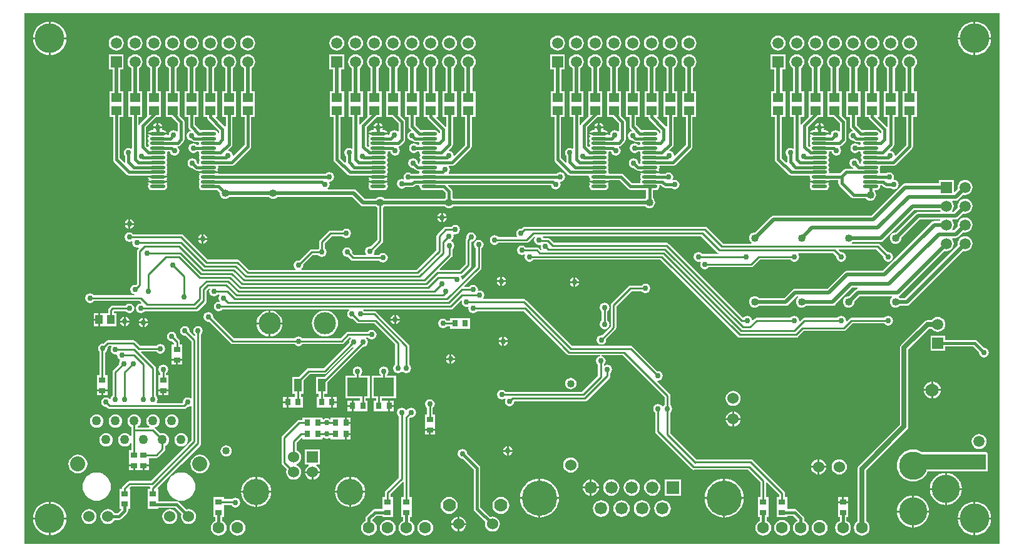
<source format=gbl>
%FSLAX43Y43*%
%MOMM*%
%SFA1B1*%

%IPPOS*%
%ADD10R,0.899160X0.800100*%
%ADD11R,0.800100X0.899160*%
%ADD17R,1.399540X1.198880*%
%ADD31C,0.254000*%
%ADD32C,0.508000*%
%ADD33C,0.381000*%
%ADD34C,0.635000*%
%ADD45C,0.762000*%
%ADD46C,2.999740*%
%ADD47C,1.016000*%
%ADD48C,1.524000*%
%ADD49C,1.501140*%
%ADD50R,1.501140X1.501140*%
%ADD51C,1.778000*%
%ADD52C,1.600200*%
%ADD53C,3.810000*%
%ADD54R,1.501140X1.501140*%
%ADD55C,2.032000*%
%ADD56C,1.270000*%
%ADD57C,3.556000*%
%ADD58R,1.524000X1.524000*%
%ADD59C,4.759960*%
%ADD60R,1.689100X1.689100*%
%ADD61C,1.689100*%
%ADD62C,4.000500*%
%ADD63R,1.000760X1.300480*%
%ADD64R,1.000760X1.800860*%
%ADD65R,2.794000X2.540000*%
%ADD66O,2.100580X0.449580*%
%ADD67R,9.525000X2.159000*%
%LNlp_led_cube_8x8x8-1*%
%LPD*%
G36*
X165346Y41409D02*
X33408D01*
Y113276*
X165346*
Y41409*
G37*
%LNlp_led_cube_8x8x8-2*%
%LPC*%
G36*
X99428Y53847D02*
X98932D01*
Y53352*
X99054Y53375*
X99263Y53517*
X99402Y53726*
X99428Y53847*
G37*
G36*
X98678Y54597D02*
X98557Y54574D01*
X98348Y54432*
X98209Y54223*
X98183Y54101*
X98678*
Y54597*
G37*
G36*
X98932D02*
Y54101D01*
X99428*
X99402Y54223*
X99263Y54432*
X99054Y54574*
X98932Y54597*
G37*
G36*
X98678Y53847D02*
X98183D01*
X98209Y53726*
X98348Y53517*
X98557Y53375*
X98678Y53352*
Y53847*
G37*
G36*
X140715Y52824D02*
X140578Y52806D01*
X140329Y52702*
X140119Y52539*
X139956Y52329*
X139852Y52080*
X139834Y51942*
X140715*
Y52824*
G37*
G36*
X140969D02*
Y51942D01*
X141851*
X141833Y52080*
X141729Y52329*
X141566Y52539*
X141356Y52702*
X141107Y52806*
X140969Y52824*
G37*
G36*
X60705Y54744D02*
X60507Y54716D01*
X60322Y54640*
X60162Y54518*
X60040Y54358*
X59964Y54173*
X59936Y53974*
X59964Y53776*
X60040Y53591*
X60162Y53431*
X60322Y53309*
X60507Y53233*
X60705Y53205*
X60904Y53233*
X61089Y53309*
X61249Y53431*
X61371Y53591*
X61447Y53776*
X61475Y53974*
X61447Y54173*
X61371Y54358*
X61249Y54518*
X61089Y54640*
X60904Y54716*
X60705Y54744*
G37*
G36*
X162559Y56258D02*
X162298Y56222D01*
X162054Y56121*
X161843Y55961*
X161683Y55750*
X161582Y55506*
X161546Y55244*
X161582Y54983*
X161683Y54739*
X161843Y54528*
X162054Y54368*
X162298Y54267*
X162559Y54231*
X162821Y54267*
X163065Y54368*
X163276Y54528*
X163436Y54739*
X163537Y54983*
X163573Y55244*
X163537Y55506*
X163436Y55750*
X163276Y55961*
X163065Y56121*
X162821Y56222*
X162559Y56258*
G37*
G36*
X88968Y56702D02*
X88391D01*
Y56177*
X88968*
Y56702*
G37*
G36*
X72435Y58488D02*
X72364D01*
X72344*
X71036*
Y58173*
X70611*
X70462Y58143*
X70337Y58059*
X68305Y56027*
X68221Y55902*
X68191Y55752*
Y52387*
X68221Y52237*
X68305Y52113*
X68910Y51506*
X68859Y51381*
X68826Y51117*
X68859Y50853*
X68963Y50604*
X69126Y50393*
X69336Y50231*
X69585Y50126*
X69849Y50093*
X70114Y50126*
X70363Y50231*
X70573Y50393*
X70736Y50604*
X70840Y50853*
X70873Y51117*
X70840Y51381*
X70736Y51630*
X70573Y51841*
X70363Y52003*
X70205Y52069*
Y52196*
X70363Y52263*
X70573Y52425*
X70736Y52636*
X70840Y52885*
X70873Y53149*
X70840Y53413*
X70736Y53662*
X70573Y53873*
X70363Y54035*
X70238Y54089*
Y55084*
X70919Y55763*
X71036Y55714*
Y55557*
X72344*
X72435*
X73743*
Y55730*
X73855Y55791*
X74046Y55664*
X74294Y55613*
X74543Y55664*
X74734Y55791*
X74846Y55730*
Y55557*
X76154*
X76245*
X76774*
Y56260*
X76901*
Y56387*
X77553*
Y56964*
Y57081*
Y57657*
X76901*
Y57784*
X76774*
Y58488*
X76245*
X76154*
X74846*
Y58315*
X74734Y58254*
X74543Y58381*
X74294Y58432*
X74046Y58381*
X73855Y58254*
X73743Y58315*
Y58488*
X72435*
G37*
G36*
X43179Y58935D02*
X42948Y58905D01*
X42730Y58816*
X42544Y58673*
X42402Y58488*
X42313Y58270*
X42283Y58038*
X42313Y57807*
X42402Y57589*
X42544Y57403*
X42730Y57261*
X42948Y57172*
X43179Y57142*
X43411Y57172*
X43629Y57261*
X43814Y57403*
X43957Y57589*
X44046Y57807*
X44076Y58038*
X44046Y58270*
X43957Y58488*
X43814Y58673*
X43629Y58816*
X43411Y58905*
X43179Y58935*
G37*
G36*
X88137Y56702D02*
X87561D01*
Y56177*
X88137*
Y56702*
G37*
G36*
X44449Y56395D02*
X44218Y56365D01*
X44000Y56276*
X43814Y56133*
X43672Y55948*
X43583Y55730*
X43553Y55498*
X43583Y55267*
X43672Y55049*
X43814Y54863*
X44000Y54721*
X44218Y54632*
X44449Y54602*
X44681Y54632*
X44899Y54721*
X45084Y54863*
X45227Y55049*
X45316Y55267*
X45346Y55498*
X45316Y55730*
X45227Y55948*
X45084Y56133*
X44899Y56276*
X44681Y56365*
X44449Y56395*
G37*
G36*
X54609D02*
X54378Y56365D01*
X54160Y56276*
X53974Y56133*
X53832Y55948*
X53743Y55730*
X53713Y55498*
X53743Y55267*
X53832Y55049*
X53974Y54863*
X54160Y54721*
X54378Y54632*
X54609Y54602*
X54841Y54632*
X55059Y54721*
X55244Y54863*
X55387Y55049*
X55476Y55267*
X55506Y55498*
X55476Y55730*
X55387Y55948*
X55244Y56133*
X55059Y56276*
X54841Y56365*
X54609Y56395*
G37*
G36*
X77553Y56133D02*
X77028D01*
Y55557*
X77553*
Y56133*
G37*
G36*
X72262Y50990D02*
X71381D01*
X71399Y50853*
X71503Y50604*
X71666Y50393*
X71876Y50231*
X72125Y50126*
X72262Y50109*
Y50990*
G37*
G36*
X73398D02*
X72516D01*
Y50109*
X72654Y50126*
X72903Y50231*
X73113Y50393*
X73276Y50604*
X73380Y50853*
X73398Y50990*
G37*
G36*
X143636Y52839D02*
X143372Y52806D01*
X143123Y52702*
X142913Y52539*
X142750Y52329*
X142646Y52080*
X142613Y51815*
X142646Y51551*
X142750Y51302*
X142913Y51092*
X143123Y50929*
X143372Y50825*
X143636Y50792*
X143901Y50825*
X144150Y50929*
X144360Y51092*
X144523Y51302*
X144627Y51551*
X144660Y51815*
X144627Y52080*
X144523Y52329*
X144360Y52539*
X144150Y52702*
X143901Y52806*
X143636Y52839*
G37*
G36*
X153606Y54175D02*
X153182Y54135D01*
X152775Y54010*
X152399Y53809*
X152072Y53540*
X151803Y53212*
X151602Y52837*
X151477Y52430*
X151437Y52006*
X151477Y51582*
X151602Y51175*
X151803Y50799*
X152072Y50472*
X152399Y50203*
X152775Y50002*
X153182Y49877*
X153606Y49837*
X154030Y49877*
X154437Y50002*
X154812Y50203*
X155140Y50472*
X155409Y50799*
X155610Y51175*
X163448*
X163548Y51196*
X163631Y51252*
X163687Y51335*
X163708Y51434*
Y53593*
X163687Y53693*
X163631Y53776*
X163548Y53832*
X163448Y53853*
X154731*
X154437Y54010*
X154030Y54135*
X153606Y54175*
G37*
G36*
X158178Y50987D02*
Y48958D01*
X160207*
X160180Y49255*
X160055Y49662*
X159854Y50037*
X159585Y50365*
X159257Y50634*
X158882Y50835*
X158475Y50960*
X158178Y50987*
G37*
G36*
X109903Y50111D02*
X109743Y50091D01*
X109476Y49979*
X109245Y49804*
X109070Y49573*
X108958Y49306*
X108938Y49146*
X109903*
Y50111*
G37*
G36*
X110157D02*
Y49146D01*
X111122*
X111099Y49306*
X110990Y49573*
X110812Y49804*
X110583Y49979*
X110317Y50091*
X110157Y50111*
G37*
G36*
X140715Y51688D02*
X139834D01*
X139852Y51551*
X139956Y51302*
X140119Y51092*
X140329Y50929*
X140578Y50825*
X140715Y50807*
Y51688*
G37*
G36*
X73405Y54165D02*
X71373D01*
Y52133*
X71861*
X71887Y52009*
X71876Y52003*
X71666Y51841*
X71503Y51630*
X71399Y51381*
X71381Y51244*
X73398*
X73380Y51381*
X73276Y51630*
X73113Y51841*
X72903Y52003*
X72892Y52009*
X72918Y52133*
X73405*
Y54165*
G37*
G36*
X48132Y51876D02*
X47556D01*
Y51351*
X48132*
Y51876*
G37*
G36*
X50233D02*
X49656D01*
Y51351*
X50233*
Y51876*
G37*
G36*
X107314Y53093D02*
X107050Y53060D01*
X106801Y52956*
X106591Y52793*
X106428Y52583*
X106324Y52334*
X106291Y52069*
X106324Y51805*
X106428Y51556*
X106591Y51346*
X106801Y51183*
X107050Y51079*
X107314Y51046*
X107579Y51079*
X107828Y51183*
X108038Y51346*
X108201Y51556*
X108305Y51805*
X108338Y52069*
X108305Y52334*
X108201Y52583*
X108038Y52793*
X107828Y52956*
X107579Y53060*
X107314Y53093*
G37*
G36*
X141851Y51688D02*
X140969D01*
Y50807*
X141107Y50825*
X141356Y50929*
X141566Y51092*
X141729Y51302*
X141833Y51551*
X141851Y51688*
G37*
G36*
X40639Y53477D02*
X40307Y53433D01*
X39999Y53306*
X39733Y53103*
X39530Y52837*
X39403Y52529*
X39359Y52196*
X39403Y51864*
X39530Y51556*
X39733Y51290*
X39999Y51087*
X40307Y50960*
X40639Y50916*
X40972Y50960*
X41280Y51087*
X41546Y51290*
X41749Y51556*
X41876Y51864*
X41920Y52196*
X41876Y52529*
X41749Y52837*
X41546Y53103*
X41280Y53306*
X40972Y53433*
X40639Y53477*
G37*
G36*
X57149D02*
X56817Y53433D01*
X56509Y53306*
X56243Y53103*
X56040Y52837*
X55913Y52529*
X55869Y52196*
X55913Y51864*
X56040Y51556*
X56243Y51290*
X56509Y51087*
X56817Y50960*
X57149Y50916*
X57482Y50960*
X57790Y51087*
X58056Y51290*
X58259Y51556*
X58386Y51864*
X58430Y52196*
X58386Y52529*
X58259Y52837*
X58056Y53103*
X57790Y53306*
X57482Y53433*
X57149Y53477*
G37*
G36*
X45719Y58935D02*
X45488Y58905D01*
X45270Y58816*
X45084Y58673*
X44942Y58488*
X44853Y58270*
X44823Y58038*
X44853Y57807*
X44942Y57589*
X45084Y57403*
X45270Y57261*
X45488Y57172*
X45719Y57142*
X45951Y57172*
X46169Y57261*
X46354Y57403*
X46497Y57589*
X46586Y57807*
X46616Y58038*
X46586Y58270*
X46497Y58488*
X46354Y58673*
X46169Y58816*
X45951Y58905*
X45719Y58935*
G37*
G36*
X78485Y65417D02*
X78237Y65366D01*
X78028Y65227*
X77889Y65018*
X77838Y64769*
X77889Y64521*
X78028Y64312*
X78097Y64267*
Y64134*
X76834*
Y61086*
X78798*
Y60774*
X78531*
X78440*
X77911*
Y60070*
Y59367*
X78440*
X78531*
X79839*
Y60774*
X79575*
Y61086*
X80136*
Y64134*
X78874*
Y64267*
X78943Y64312*
X79082Y64521*
X79133Y64769*
X79082Y65018*
X78943Y65227*
X78734Y65366*
X78485Y65417*
G37*
G36*
X156082Y62102D02*
X155074D01*
X155097Y61932*
X155211Y61653*
X155394Y61414*
X155633Y61231*
X155912Y61117*
X156082Y61094*
Y62102*
G37*
G36*
X157345D02*
X156336D01*
Y61094*
X156507Y61117*
X156786Y61231*
X157025Y61414*
X157208Y61653*
X157322Y61932*
X157345Y62102*
G37*
G36*
X75648Y61282D02*
X75123D01*
Y60705*
X75648*
Y61282*
G37*
G36*
X77657Y60774D02*
X77132D01*
Y60197*
X77657*
Y60774*
G37*
G36*
X83395D02*
X82870D01*
Y60197*
X83395*
Y60774*
G37*
G36*
X68894Y61282D02*
X68369D01*
Y60705*
X68894*
Y61282*
G37*
G36*
X43814Y62036D02*
X43238D01*
Y61511*
X43814*
Y62036*
G37*
G36*
X156082Y63365D02*
X155912Y63342D01*
X155633Y63228*
X155394Y63045*
X155211Y62806*
X155097Y62527*
X155074Y62356*
X156082*
Y63365*
G37*
G36*
X156336D02*
Y62356D01*
X157345*
X157322Y62527*
X157208Y62806*
X157025Y63045*
X156786Y63228*
X156507Y63342*
X156336Y63365*
G37*
G36*
X52196Y65671D02*
X51948Y65620D01*
X51739Y65481*
X51600Y65272*
X51549Y65023*
X51600Y64775*
X51739Y64566*
X51808Y64521*
Y64218*
X51493*
Y62910*
Y62819*
Y62290*
X52900*
Y62819*
Y62910*
Y64218*
X52585*
Y64521*
X52654Y64566*
X52796Y64775*
X52844Y65023*
X52796Y65272*
X52654Y65481*
X52445Y65620*
X52196Y65671*
G37*
G36*
X107314Y63870D02*
X107116Y63845D01*
X106931Y63769*
X106771Y63647*
X106649Y63487*
X106573Y63301*
X106545Y63103*
X106573Y62905*
X106649Y62720*
X106771Y62560*
X106931Y62438*
X107116Y62362*
X107314Y62334*
X107513Y62362*
X107698Y62438*
X107858Y62560*
X107980Y62720*
X108056Y62905*
X108084Y63103*
X108056Y63301*
X107980Y63487*
X107858Y63647*
X107698Y63769*
X107513Y63845*
X107314Y63870*
G37*
G36*
X44645Y62036D02*
X44068D01*
Y61511*
X44645*
Y62036*
G37*
G36*
X52069D02*
X51493D01*
Y61511*
X52069*
Y62036*
G37*
G36*
X52900D02*
X52323D01*
Y61511*
X52900*
Y62036*
G37*
G36*
X88264Y60972D02*
X88016Y60924D01*
X87807Y60782*
X87668Y60573*
X87617Y60324*
X87668Y60076*
X87807Y59867*
X87876Y59822*
Y58884*
X87561*
Y57576*
Y57485*
Y56956*
X88968*
Y57485*
Y57576*
Y58884*
X88653*
Y59822*
X88722Y59867*
X88861Y60076*
X88912Y60324*
X88861Y60573*
X88722Y60782*
X88513Y60924*
X88264Y60972*
G37*
G36*
X77553Y58488D02*
X77028D01*
Y57911*
X77553*
Y58488*
G37*
G36*
X129158Y59301D02*
X129021Y59283D01*
X128772Y59179*
X128562Y59016*
X128399Y58806*
X128295Y58557*
X128277Y58419*
X129158*
Y59301*
G37*
G36*
X130294Y58165D02*
X129412D01*
Y57284*
X129550Y57302*
X129799Y57406*
X130009Y57569*
X130172Y57779*
X130276Y58028*
X130294Y58165*
G37*
G36*
X53339Y58935D02*
X53108Y58905D01*
X52890Y58816*
X52704Y58673*
X52562Y58488*
X52473Y58270*
X52443Y58038*
X52473Y57807*
X52562Y57589*
X52704Y57403*
X52890Y57261*
X53108Y57172*
X53339Y57142*
X53571Y57172*
X53789Y57261*
X53974Y57403*
X54117Y57589*
X54206Y57807*
X54236Y58038*
X54206Y58270*
X54117Y58488*
X53974Y58673*
X53789Y58816*
X53571Y58905*
X53339Y58935*
G37*
G36*
X50799D02*
X50568Y58905D01*
X50350Y58816*
X50164Y58673*
X50022Y58488*
X49933Y58270*
X49903Y58038*
X49933Y57807*
X50022Y57589*
X50164Y57403*
X50332Y57276*
X50291Y57157*
X48767*
X48727Y57276*
X48894Y57403*
X49037Y57589*
X49126Y57807*
X49156Y58038*
X49126Y58270*
X49037Y58488*
X48894Y58673*
X48709Y58816*
X48491Y58905*
X48259Y58935*
X48028Y58905*
X47810Y58816*
X47624Y58673*
X47482Y58488*
X47393Y58270*
X47363Y58038*
X47393Y57807*
X47482Y57589*
X47624Y57403*
X47810Y57261*
X47871Y57238*
Y56768*
Y56006*
X47751Y55966*
X47624Y56133*
X47439Y56276*
X47221Y56365*
X46989Y56395*
X46758Y56365*
X46540Y56276*
X46354Y56133*
X46212Y55948*
X46123Y55730*
X46093Y55498*
X46123Y55267*
X46212Y55049*
X46354Y54863*
X46540Y54721*
X46758Y54632*
X46989Y54602*
X47221Y54632*
X47439Y54721*
X47624Y54863*
X47751Y55031*
X47871Y54990*
Y54058*
X47556*
Y52750*
Y52659*
Y52130*
X48259*
Y52003*
X48386*
Y51351*
X49402*
Y52003*
X49529*
Y52130*
X50233*
Y52659*
Y52750*
Y53017*
X51247*
X51394Y53045*
X51521Y53129*
X52344Y53954*
X52428Y54079*
X52458Y54228*
Y54698*
X52519Y54721*
X52704Y54863*
X52847Y55049*
X52936Y55267*
X52966Y55498*
X52936Y55730*
X52847Y55948*
X52704Y56133*
X52519Y56276*
X52301Y56365*
X52069Y56395*
X51838Y56365*
X51777Y56339*
X51074Y57043*
X51051Y57058*
X51064Y57185*
X51249Y57261*
X51434Y57403*
X51577Y57589*
X51666Y57807*
X51696Y58038*
X51666Y58270*
X51577Y58488*
X51434Y58673*
X51249Y58816*
X51031Y58905*
X50799Y58935*
G37*
G36*
X129158Y58165D02*
X128277D01*
X128295Y58028*
X128399Y57779*
X128562Y57569*
X128772Y57406*
X129021Y57302*
X129158Y57284*
Y58165*
G37*
G36*
X129412Y59301D02*
Y58419D01*
X130294*
X130276Y58557*
X130172Y58806*
X130009Y59016*
X129799Y59179*
X129550Y59283*
X129412Y59301*
G37*
G36*
X68894Y60451D02*
X68369D01*
Y59875*
X68894*
Y60451*
G37*
G36*
X75648D02*
X75123D01*
Y59875*
X75648*
Y60451*
G37*
G36*
X129285Y62110D02*
X129021Y62077D01*
X128772Y61973*
X128562Y61810*
X128399Y61600*
X128295Y61351*
X128262Y61086*
X128295Y60822*
X128399Y60573*
X128562Y60363*
X128772Y60200*
X129021Y60096*
X129285Y60063*
X129550Y60096*
X129799Y60200*
X130009Y60363*
X130172Y60573*
X130276Y60822*
X130309Y61086*
X130276Y61351*
X130172Y61600*
X130009Y61810*
X129799Y61973*
X129550Y62077*
X129285Y62110*
G37*
G36*
X85724Y59829D02*
X85476Y59778D01*
X85267Y59639*
X85153Y59469*
X85026*
X84912Y59639*
X84703Y59778*
X84454Y59829*
X84206Y59778*
X83997Y59639*
X83858Y59430*
X83807Y59181*
X83858Y58933*
X83997Y58724*
X84066Y58679*
Y50391*
X82275Y48600*
X82191Y48473*
X82161Y48326*
Y47708*
X81846*
Y46400*
Y46309*
Y46108*
X80832*
X80660Y46073*
X80512Y45976*
X79689Y45151*
X79590Y45003*
X79557Y44830*
Y44513*
X79479Y44480*
X79258Y44312*
X79090Y44091*
X78983Y43835*
X78945Y43560*
X78983Y43286*
X79090Y43030*
X79258Y42809*
X79479Y42641*
X79735Y42534*
X80009Y42496*
X80284Y42534*
X80540Y42641*
X80761Y42809*
X80929Y43030*
X81036Y43286*
X81074Y43560*
X81036Y43835*
X80929Y44091*
X80761Y44312*
X80540Y44480*
X80462Y44513*
Y44643*
X81020Y45201*
X81846*
Y45001*
X83253*
Y46309*
Y46400*
Y47708*
X82938*
Y48163*
X84584Y49809*
X84701Y49761*
Y47708*
X84386*
Y46400*
Y46309*
Y45001*
X84637*
Y44513*
X84559Y44480*
X84338Y44312*
X84170Y44091*
X84063Y43835*
X84025Y43560*
X84063Y43286*
X84170Y43030*
X84338Y42809*
X84559Y42641*
X84815Y42534*
X85089Y42496*
X85364Y42534*
X85620Y42641*
X85841Y42809*
X86009Y43030*
X86116Y43286*
X86154Y43560*
X86116Y43835*
X86009Y44091*
X85841Y44312*
X85620Y44480*
X85542Y44513*
Y45001*
X85793*
Y46309*
Y46400*
Y47708*
X85478*
Y58386*
X85643Y58552*
X85724Y58534*
X85973Y58582*
X86182Y58724*
X86324Y58933*
X86372Y59181*
X86324Y59430*
X86182Y59639*
X85973Y59778*
X85724Y59829*
G37*
G36*
X77657Y59943D02*
X77132D01*
Y59367*
X77657*
Y59943*
G37*
G36*
X82041Y65417D02*
X81793Y65366D01*
X81584Y65227*
X81442Y65018*
X81394Y64769*
X81442Y64521*
X81584Y64312*
X81653Y64267*
Y64134*
X80390*
Y61086*
X80952*
Y60774*
X80688*
Y59367*
X81996*
X82087*
X82616*
Y60070*
Y60774*
X82087*
X81996*
X81729*
Y61086*
X83692*
Y64134*
X82430*
Y64267*
X82499Y64312*
X82641Y64521*
X82689Y64769*
X82641Y65018*
X82499Y65227*
X82290Y65366*
X82041Y65417*
G37*
G36*
X83395Y59943D02*
X82870D01*
Y59367*
X83395*
Y59943*
G37*
G36*
X36956Y47083D02*
Y44957D01*
X39082*
X39052Y45272*
X38922Y45697*
X38712Y46088*
X38432Y46433*
X38087Y46713*
X37696Y46923*
X37271Y47053*
X36956Y47083*
G37*
G36*
X161797D02*
X161483Y47053D01*
X161058Y46923*
X160667Y46713*
X160322Y46433*
X160042Y46088*
X159832Y45697*
X159702Y45272*
X159672Y44957*
X161797*
Y47083*
G37*
G36*
X162051D02*
Y44957D01*
X164177*
X164147Y45272*
X164017Y45697*
X163807Y46088*
X163527Y46433*
X163182Y46713*
X162791Y46923*
X162366Y47053*
X162051Y47083*
G37*
G36*
X36702D02*
X36388Y47053D01*
X35963Y46923*
X35572Y46713*
X35227Y46433*
X34947Y46088*
X34737Y45697*
X34607Y45272*
X34577Y44957*
X36702*
Y47083*
G37*
G36*
X53085Y46108D02*
X52821Y46075D01*
X52572Y45971*
X52362Y45808*
X52199Y45598*
X52095Y45349*
X52062Y45084*
X52095Y44820*
X52199Y44571*
X52362Y44361*
X52572Y44198*
X52821Y44094*
X53085Y44061*
X53350Y44094*
X53599Y44198*
X53809Y44361*
X53972Y44571*
X54076Y44820*
X54109Y45084*
X54076Y45349*
X53972Y45598*
X53809Y45808*
X53599Y45971*
X53350Y46075*
X53085Y46108*
G37*
G36*
X92011Y45077D02*
X91874Y45059D01*
X91625Y44955*
X91414Y44792*
X91252Y44582*
X91147Y44333*
X91130Y44195*
X92011*
Y45077*
G37*
G36*
X92265D02*
Y44195D01*
X93146*
X93129Y44333*
X93024Y44582*
X92862Y44792*
X92651Y44955*
X92402Y45059*
X92265Y45077*
G37*
G36*
X102948Y47472D02*
X100441D01*
X100464Y47185*
X100561Y46784*
X100721Y46400*
X100937Y46047*
X101206Y45732*
X101521Y45463*
X101874Y45245*
X102257Y45087*
X102661Y44991*
X102948Y44968*
Y47472*
G37*
G36*
X114185Y47289D02*
X113898Y47251D01*
X113631Y47139*
X113400Y46964*
X113225Y46733*
X113113Y46466*
X113075Y46179*
X113113Y45892*
X113225Y45626*
X113400Y45397*
X113631Y45219*
X113898Y45110*
X114185Y45072*
X114472Y45110*
X114739Y45219*
X114968Y45397*
X115145Y45626*
X115255Y45892*
X115293Y46179*
X115255Y46466*
X115145Y46733*
X114968Y46964*
X114739Y47139*
X114472Y47251*
X114185Y47289*
G37*
G36*
X116954D02*
X116667Y47251D01*
X116400Y47139*
X116171Y46964*
X115994Y46733*
X115884Y46466*
X115846Y46179*
X115884Y45892*
X115994Y45626*
X116171Y45397*
X116400Y45219*
X116667Y45110*
X116954Y45072*
X117241Y45110*
X117508Y45219*
X117739Y45397*
X117914Y45626*
X118026Y45892*
X118064Y46179*
X118026Y46466*
X117914Y46733*
X117739Y46964*
X117508Y47139*
X117241Y47251*
X116954Y47289*
G37*
G36*
X119725D02*
X119438Y47251D01*
X119171Y47139*
X118940Y46964*
X118765Y46733*
X118653Y46466*
X118615Y46179*
X118653Y45892*
X118765Y45626*
X118940Y45397*
X119171Y45219*
X119438Y45110*
X119725Y45072*
X120012Y45110*
X120279Y45219*
X120507Y45397*
X120685Y45626*
X120794Y45892*
X120832Y46179*
X120794Y46466*
X120685Y46733*
X120507Y46964*
X120279Y47139*
X120012Y47251*
X119725Y47289*
G37*
G36*
X111414D02*
X111127Y47251D01*
X110860Y47139*
X110632Y46964*
X110454Y46733*
X110345Y46466*
X110307Y46179*
X110345Y45892*
X110454Y45626*
X110632Y45397*
X110860Y45219*
X111127Y45110*
X111414Y45072*
X111701Y45110*
X111968Y45219*
X112199Y45397*
X112374Y45626*
X112486Y45892*
X112524Y46179*
X112486Y46466*
X112374Y46733*
X112199Y46964*
X111968Y47139*
X111701Y47251*
X111414Y47289*
G37*
G36*
X105707Y47472D02*
X103202D01*
Y44968*
X103487Y44991*
X103891Y45087*
X104274Y45245*
X104627Y45463*
X104942Y45732*
X105211Y46047*
X105430Y46400*
X105587Y46784*
X105684Y47185*
X105707Y47472*
G37*
G36*
X127937D02*
X125432D01*
X125455Y47185*
X125552Y46784*
X125709Y46400*
X125928Y46047*
X126197Y45732*
X126512Y45463*
X126865Y45245*
X127248Y45087*
X127652Y44991*
X127937Y44968*
Y47472*
G37*
G36*
X130698D02*
X128191D01*
Y44968*
X128478Y44991*
X128882Y45087*
X129265Y45245*
X129618Y45463*
X129933Y45732*
X130202Y46047*
X130418Y46400*
X130578Y46784*
X130675Y47185*
X130698Y47472*
G37*
G36*
X140969Y44625D02*
X140695Y44587D01*
X140439Y44480*
X140218Y44312*
X140050Y44091*
X139943Y43835*
X139905Y43560*
X139943Y43286*
X140050Y43030*
X140218Y42809*
X140439Y42641*
X140695Y42534*
X140969Y42496*
X141244Y42534*
X141500Y42641*
X141721Y42809*
X141889Y43030*
X141996Y43286*
X142034Y43560*
X141996Y43835*
X141889Y44091*
X141721Y44312*
X141500Y44480*
X141244Y44587*
X140969Y44625*
G37*
G36*
X36702Y44703D02*
X34577D01*
X34607Y44389*
X34737Y43964*
X34947Y43573*
X35227Y43228*
X35572Y42948*
X35963Y42738*
X36388Y42608*
X36702Y42578*
Y44703*
G37*
G36*
X39082D02*
X36956D01*
Y42578*
X37271Y42608*
X37696Y42738*
X38087Y42948*
X38432Y43228*
X38712Y43573*
X38922Y43964*
X39052Y44389*
X39082Y44703*
G37*
G36*
X135889Y44625D02*
X135615Y44587D01*
X135359Y44480*
X135138Y44312*
X134970Y44091*
X134863Y43835*
X134825Y43560*
X134863Y43286*
X134970Y43030*
X135138Y42809*
X135359Y42641*
X135615Y42534*
X135889Y42496*
X136164Y42534*
X136420Y42641*
X136641Y42809*
X136809Y43030*
X136916Y43286*
X136954Y43560*
X136916Y43835*
X136809Y44091*
X136641Y44312*
X136420Y44480*
X136164Y44587*
X135889Y44625*
G37*
G36*
X62229D02*
X61955Y44587D01*
X61699Y44480*
X61478Y44312*
X61310Y44091*
X61203Y43835*
X61165Y43560*
X61203Y43286*
X61310Y43030*
X61478Y42809*
X61699Y42641*
X61955Y42534*
X62229Y42496*
X62504Y42534*
X62760Y42641*
X62981Y42809*
X63149Y43030*
X63256Y43286*
X63294Y43560*
X63256Y43835*
X63149Y44091*
X62981Y44312*
X62760Y44480*
X62504Y44587*
X62229Y44625*
G37*
G36*
X82549D02*
X82275Y44587D01*
X82019Y44480*
X81798Y44312*
X81630Y44091*
X81523Y43835*
X81485Y43560*
X81523Y43286*
X81630Y43030*
X81798Y42809*
X82019Y42641*
X82275Y42534*
X82549Y42496*
X82824Y42534*
X83080Y42641*
X83301Y42809*
X83469Y43030*
X83576Y43286*
X83614Y43560*
X83576Y43835*
X83469Y44091*
X83301Y44312*
X83080Y44480*
X82824Y44587*
X82549Y44625*
G37*
G36*
X87629D02*
X87355Y44587D01*
X87099Y44480*
X86878Y44312*
X86710Y44091*
X86603Y43835*
X86565Y43560*
X86603Y43286*
X86710Y43030*
X86878Y42809*
X87099Y42641*
X87355Y42534*
X87629Y42496*
X87904Y42534*
X88160Y42641*
X88381Y42809*
X88549Y43030*
X88656Y43286*
X88694Y43560*
X88656Y43835*
X88549Y44091*
X88381Y44312*
X88160Y44480*
X87904Y44587*
X87629Y44625*
G37*
G36*
X161797Y44703D02*
X159672D01*
X159702Y44389*
X159832Y43964*
X160042Y43573*
X160322Y43228*
X160667Y42948*
X161058Y42738*
X161483Y42608*
X161797Y42578*
Y44703*
G37*
G36*
X153479Y45656D02*
X151450D01*
X151477Y45359*
X151602Y44952*
X151803Y44576*
X152072Y44249*
X152399Y43980*
X152775Y43779*
X153182Y43654*
X153479Y43627*
Y45656*
G37*
G36*
X155762D02*
X153733D01*
Y43627*
X154030Y43654*
X154437Y43779*
X154812Y43980*
X155140Y44249*
X155409Y44576*
X155610Y44952*
X155735Y45359*
X155762Y45656*
G37*
G36*
X42163Y46108D02*
X41899Y46075D01*
X41650Y45971*
X41440Y45808*
X41277Y45598*
X41173Y45349*
X41140Y45084*
X41173Y44820*
X41277Y44571*
X41440Y44361*
X41650Y44198*
X41899Y44094*
X42163Y44061*
X42428Y44094*
X42677Y44198*
X42887Y44361*
X43050Y44571*
X43154Y44820*
X43187Y45084*
X43154Y45349*
X43050Y45598*
X42887Y45808*
X42677Y45971*
X42428Y46075*
X42163Y46108*
G37*
G36*
X93146Y43941D02*
X92265D01*
Y43060*
X92402Y43078*
X92651Y43182*
X92862Y43345*
X93024Y43555*
X93129Y43804*
X93146Y43941*
G37*
G36*
X164177Y44703D02*
X162051D01*
Y42578*
X162366Y42608*
X162791Y42738*
X163182Y42948*
X163527Y43228*
X163807Y43573*
X164017Y43964*
X164147Y44389*
X164177Y44703*
G37*
G36*
X92661Y54241D02*
X92415Y54190D01*
X92204Y54051*
X92064Y53842*
X92014Y53593*
X92064Y53345*
X92204Y53136*
X92415Y52997*
X92661Y52946*
X92666Y52948*
X94162Y51452*
Y46164*
X94195Y45991*
X94294Y45844*
X95745Y44394*
X95719Y44333*
X95686Y44068*
X95719Y43804*
X95824Y43555*
X95986Y43345*
X96197Y43182*
X96446Y43078*
X96710Y43045*
X96974Y43078*
X97223Y43182*
X97434Y43345*
X97596Y43555*
X97701Y43804*
X97734Y44068*
X97701Y44333*
X97596Y44582*
X97434Y44792*
X97223Y44955*
X96974Y45059*
X96710Y45092*
X96446Y45059*
X96385Y45034*
X95067Y46352*
Y51640*
X95034Y51815*
X94935Y51960*
X93309Y53588*
Y53593*
X93261Y53842*
X93121Y54051*
X92910Y54190*
X92661Y54241*
G37*
G36*
X92011Y43941D02*
X91130D01*
X91147Y43804*
X91252Y43555*
X91414Y43345*
X91625Y43182*
X91874Y43078*
X92011Y43060*
Y43941*
G37*
G36*
X90868Y47762D02*
X90571Y47721D01*
X90291Y47607*
X90053Y47424*
X89870Y47185*
X89755Y46906*
X89715Y46608*
X89755Y46311*
X89870Y46032*
X90053Y45793*
X90291Y45610*
X90571Y45496*
X90868Y45455*
X91165Y45496*
X91445Y45610*
X91683Y45793*
X91866Y46032*
X91981Y46311*
X92021Y46608*
X91981Y46906*
X91866Y47185*
X91683Y47424*
X91445Y47607*
X91165Y47721*
X90868Y47762*
G37*
G36*
X112798Y50129D02*
X112511Y50091D01*
X112245Y49979*
X112016Y49804*
X111841Y49573*
X111729Y49306*
X111691Y49019*
X111729Y48732*
X111841Y48465*
X112016Y48237*
X112245Y48059*
X112511Y47950*
X112798Y47912*
X113085Y47950*
X113355Y48059*
X113583Y48237*
X113758Y48465*
X113870Y48732*
X113908Y49019*
X113870Y49306*
X113758Y49573*
X113583Y49804*
X113355Y49979*
X113085Y50091*
X112798Y50129*
G37*
G36*
X115569D02*
X115282Y50091D01*
X115016Y49979*
X114785Y49804*
X114609Y49573*
X114498Y49306*
X114462Y49019*
X114498Y48732*
X114609Y48465*
X114785Y48237*
X115016Y48059*
X115282Y47950*
X115569Y47912*
X115857Y47950*
X116123Y48059*
X116354Y48237*
X116530Y48465*
X116641Y48732*
X116677Y49019*
X116641Y49306*
X116530Y49573*
X116354Y49804*
X116123Y49979*
X115857Y50091*
X115569Y50129*
G37*
G36*
X118341D02*
X118054Y50091D01*
X117784Y49979*
X117556Y49804*
X117381Y49573*
X117269Y49306*
X117231Y49019*
X117269Y48732*
X117381Y48465*
X117556Y48237*
X117784Y48059*
X118054Y47950*
X118341Y47912*
X118628Y47950*
X118894Y48059*
X119123Y48237*
X119298Y48465*
X119410Y48732*
X119448Y49019*
X119410Y49306*
X119298Y49573*
X119123Y49804*
X118894Y49979*
X118628Y50091*
X118341Y50129*
G37*
G36*
X128191Y50231D02*
Y47726D01*
X130698*
X130675Y48013*
X130578Y48417*
X130418Y48798*
X130202Y49154*
X129933Y49469*
X129618Y49738*
X129265Y49954*
X128882Y50111*
X128478Y50210*
X128191Y50231*
G37*
G36*
X102948D02*
X102661Y50210D01*
X102257Y50111*
X101874Y49954*
X101521Y49738*
X101206Y49469*
X100937Y49154*
X100721Y48798*
X100561Y48417*
X100464Y48013*
X100441Y47726*
X102948*
Y50231*
G37*
G36*
X103202D02*
Y47726D01*
X105707*
X105684Y48013*
X105587Y48417*
X105430Y48798*
X105211Y49154*
X104942Y49469*
X104627Y49738*
X104274Y49954*
X103891Y50111*
X103487Y50210*
X103202Y50231*
G37*
G36*
X127937D02*
X127652Y50210D01*
X127248Y50111*
X126865Y49954*
X126512Y49738*
X126197Y49469*
X125928Y49154*
X125709Y48798*
X125552Y48417*
X125455Y48013*
X125432Y47726*
X127937*
Y50231*
G37*
G36*
X122209Y50119D02*
X120009D01*
Y47922*
X122209*
Y50119*
G37*
G36*
X77342Y50479D02*
X77071Y50452D01*
X76687Y50337*
X76334Y50147*
X76027Y49893*
X75773Y49585*
X75582Y49232*
X75468Y48849*
X75440Y48577*
X77342*
Y50479*
G37*
G36*
X77596D02*
Y48577D01*
X79499*
X79471Y48849*
X79357Y49232*
X79166Y49585*
X78912Y49893*
X78605Y50147*
X78252Y50337*
X77868Y50452*
X77596Y50479*
G37*
G36*
X157924Y50987D02*
X157627Y50960D01*
X157220Y50835*
X156844Y50634*
X156517Y50365*
X156248Y50037*
X156047Y49662*
X155922Y49255*
X155895Y48958*
X157924*
Y50987*
G37*
G36*
X64896Y50479D02*
Y48577D01*
X66799*
X66771Y48849*
X66657Y49232*
X66466Y49585*
X66212Y49893*
X65905Y50147*
X65552Y50337*
X65168Y50452*
X64896Y50479*
G37*
G36*
X109903Y48892D02*
X108938D01*
X108958Y48732*
X109070Y48465*
X109245Y48237*
X109476Y48059*
X109743Y47950*
X109903Y47927*
Y48892*
G37*
G36*
X111122D02*
X110157D01*
Y47927*
X110317Y47950*
X110583Y48059*
X110812Y48237*
X110990Y48465*
X111099Y48732*
X111122Y48892*
G37*
G36*
X64642Y50479D02*
X64371Y50452D01*
X63987Y50337*
X63634Y50147*
X63327Y49893*
X63073Y49585*
X62882Y49232*
X62768Y48849*
X62740Y48577*
X64642*
Y50479*
G37*
G36*
X144848Y46929D02*
X143441D01*
Y46400*
Y46309*
Y45001*
X143692*
Y44513*
X143614Y44480*
X143393Y44312*
X143225Y44091*
X143118Y43835*
X143080Y43560*
X143118Y43286*
X143225Y43030*
X143393Y42809*
X143614Y42641*
X143870Y42534*
X144144Y42496*
X144419Y42534*
X144675Y42641*
X144896Y42809*
X145064Y43030*
X145171Y43286*
X145209Y43560*
X145171Y43835*
X145064Y44091*
X144896Y44312*
X144675Y44480*
X144597Y44513*
Y45001*
X144848*
Y46309*
Y46400*
Y46929*
G37*
G36*
X64642Y48323D02*
X62740D01*
X62768Y48051*
X62882Y47668*
X63073Y47315*
X63327Y47007*
X63634Y46753*
X63987Y46563*
X64371Y46448*
X64642Y46421*
Y48323*
G37*
G36*
X66799D02*
X64896D01*
Y46421*
X65168Y46448*
X65552Y46563*
X65905Y46753*
X66212Y47007*
X66466Y47315*
X66657Y47668*
X66771Y48051*
X66799Y48323*
G37*
G36*
X60393Y47708D02*
X58986D01*
Y46400*
Y46309*
Y45001*
X59237*
Y44513*
X59159Y44480*
X58938Y44312*
X58770Y44091*
X58663Y43835*
X58625Y43560*
X58663Y43286*
X58770Y43030*
X58938Y42809*
X59159Y42641*
X59415Y42534*
X59689Y42496*
X59964Y42534*
X60220Y42641*
X60441Y42809*
X60609Y43030*
X60716Y43286*
X60754Y43560*
X60716Y43835*
X60609Y44091*
X60441Y44312*
X60220Y44480*
X60142Y44513*
Y45001*
X60393*
Y46309*
Y46400*
Y46667*
X61427*
X61518Y46532*
X61727Y46390*
X61975Y46342*
X62224Y46390*
X62433Y46532*
X62575Y46741*
X62623Y46989*
X62575Y47238*
X62433Y47447*
X62224Y47589*
X61975Y47637*
X61727Y47589*
X61518Y47447*
X61516Y47444*
X60393*
Y47708*
G37*
G36*
X97853Y47762D02*
X97556Y47721D01*
X97276Y47607*
X97038Y47424*
X96855Y47185*
X96740Y46906*
X96700Y46608*
X96740Y46311*
X96855Y46032*
X97038Y45793*
X97276Y45610*
X97556Y45496*
X97853Y45455*
X98150Y45496*
X98430Y45610*
X98668Y45793*
X98851Y46032*
X98966Y46311*
X99006Y46608*
X98966Y46906*
X98851Y47185*
X98668Y47424*
X98430Y47607*
X98150Y47721*
X97853Y47762*
G37*
G36*
X153479Y47939D02*
X153182Y47912D01*
X152775Y47787*
X152399Y47586*
X152072Y47317*
X151803Y46989*
X151602Y46614*
X151477Y46207*
X151450Y45910*
X153479*
Y47939*
G37*
G36*
X153733D02*
Y45910D01*
X155762*
X155735Y46207*
X155610Y46614*
X155409Y46989*
X155140Y47317*
X154812Y47586*
X154437Y47787*
X154030Y47912*
X153733Y47939*
G37*
G36*
X77342Y48323D02*
X75440D01*
X75468Y48051*
X75582Y47668*
X75773Y47315*
X76027Y47007*
X76334Y46753*
X76687Y46563*
X77071Y46448*
X77342Y46421*
Y48323*
G37*
G36*
X144848Y47708D02*
X144271D01*
Y47183*
X144848*
Y47708*
G37*
G36*
X43179Y51064D02*
X42806Y51026D01*
X42448Y50916*
X42115Y50741*
X41826Y50502*
X41587Y50213*
X41412Y49880*
X41302Y49522*
X41264Y49148*
X41302Y48775*
X41412Y48417*
X41587Y48084*
X41826Y47795*
X42115Y47556*
X42448Y47381*
X42806Y47271*
X43179Y47233*
X43553Y47271*
X43911Y47381*
X44244Y47556*
X44533Y47795*
X44772Y48084*
X44947Y48417*
X45057Y48775*
X45095Y49148*
X45057Y49522*
X44947Y49880*
X44772Y50213*
X44533Y50502*
X44244Y50741*
X43911Y50916*
X43553Y51026*
X43179Y51064*
G37*
G36*
X54609D02*
X54236Y51026D01*
X53878Y50916*
X53545Y50741*
X53256Y50502*
X53017Y50213*
X52842Y49880*
X52732Y49522*
X52694Y49148*
X52732Y48775*
X52842Y48417*
X53017Y48084*
X53256Y47795*
X53545Y47556*
X53878Y47381*
X54236Y47271*
X54609Y47233*
X54983Y47271*
X55341Y47381*
X55674Y47556*
X55963Y47795*
X56202Y48084*
X56377Y48417*
X56487Y48775*
X56525Y49148*
X56487Y49522*
X56377Y49880*
X56202Y50213*
X55963Y50502*
X55674Y50741*
X55341Y50916*
X54983Y51026*
X54609Y51064*
G37*
G36*
X144017Y47708D02*
X143441D01*
Y47183*
X144017*
Y47708*
G37*
G36*
X79499Y48323D02*
X77596D01*
Y46421*
X77868Y46448*
X78252Y46563*
X78605Y46753*
X78912Y47007*
X79166Y47315*
X79357Y47668*
X79471Y48051*
X79499Y48323*
G37*
G36*
X157924Y48704D02*
X155895D01*
X155922Y48407*
X156047Y48000*
X156248Y47624*
X156517Y47297*
X156844Y47028*
X157220Y46827*
X157627Y46702*
X157924Y46675*
Y48704*
G37*
G36*
X160207D02*
X158178D01*
Y46675*
X158475Y46702*
X158882Y46827*
X159257Y47028*
X159585Y47297*
X159854Y47624*
X160055Y48000*
X160180Y48407*
X160207Y48704*
G37*
G36*
X53916Y66182D02*
X53339D01*
Y65656*
X53916*
Y66182*
G37*
G36*
X123291Y107693D02*
X123029Y107657D01*
X122786Y107556*
X122575Y107396*
X122415Y107185*
X122313Y106941*
X122278Y106679*
X122313Y106418*
X122415Y106174*
X122575Y105963*
X122786Y105803*
X122798Y105796*
Y102720*
X122361*
Y101010*
Y100919*
Y99209*
X122864*
Y95437*
X121409Y93985*
X121290Y94020*
X121249Y94228*
X121107Y94437*
X120898Y94579*
X120690Y94620*
X120655Y94739*
X121097Y95183*
X121196Y95331*
X121229Y95503*
Y99209*
X121732*
Y100919*
Y101010*
Y102720*
X121295*
Y105831*
X121467Y105963*
X121627Y106174*
X121729Y106418*
X121765Y106679*
X121729Y106941*
X121627Y107185*
X121467Y107396*
X121257Y107556*
X121013Y107657*
X120751Y107693*
X120489Y107657*
X120246Y107556*
X120035Y107396*
X119875Y107185*
X119773Y106941*
X119738Y106679*
X119773Y106418*
X119875Y106174*
X120035Y105963*
X120246Y105803*
X120258Y105796*
Y102720*
X119821*
Y101010*
Y100919*
Y99209*
X120324*
Y97934*
X120220Y97863*
X120205Y97858*
X118971Y99093*
X119019Y99209*
X119192*
Y100919*
Y101010*
Y102720*
X118755*
Y105831*
X118927Y105963*
X119087Y106174*
X119189Y106418*
X119225Y106679*
X119189Y106941*
X119087Y107185*
X118927Y107396*
X118717Y107556*
X118473Y107657*
X118211Y107693*
X117949Y107657*
X117706Y107556*
X117495Y107396*
X117335Y107185*
X117233Y106941*
X117198Y106679*
X117233Y106418*
X117335Y106174*
X117495Y105963*
X117706Y105803*
X117718Y105796*
Y102720*
X117281*
Y101010*
Y100919*
Y99209*
X117784*
Y99186*
X117817Y99014*
X117916Y98866*
X119435Y97348*
Y97002*
X119308Y96989*
X119280Y97132*
X119174Y97289*
X119016Y97396*
X118828Y97434*
X117177*
X117002Y97398*
X116857*
X116149Y98104*
Y99209*
X116652*
Y100919*
Y101010*
Y102720*
X116215*
Y105831*
X116387Y105963*
X116547Y106174*
X116649Y106418*
X116685Y106679*
X116649Y106941*
X116547Y107185*
X116387Y107396*
X116177Y107556*
X115933Y107657*
X115671Y107693*
X115409Y107657*
X115166Y107556*
X114955Y107396*
X114795Y107185*
X114693Y106941*
X114658Y106679*
X114693Y106418*
X114795Y106174*
X114955Y105963*
X115166Y105803*
X115178Y105796*
Y102720*
X114741*
Y101010*
Y100919*
Y99209*
X115244*
Y97916*
X115277Y97744*
X115376Y97596*
X115585Y97386*
X115549Y97264*
X115448Y97246*
X115239Y97104*
X115097Y96895*
X115049Y96646*
X115097Y96398*
X115239Y96189*
X115448Y96050*
X115696Y95999*
X115702Y96001*
X115727Y95973*
X115874Y95877*
X116050Y95841*
X116629*
X116710Y95742*
X116690Y95646*
X116710Y95547*
X116629Y95448*
X116413*
X116408Y95453*
X116199Y95595*
X115950Y95643*
X115702Y95595*
X115493Y95453*
X115354Y95244*
X115303Y94995*
X115354Y94747*
X115493Y94538*
X115702Y94396*
X115950Y94348*
X116199Y94396*
X116408Y94538*
X116410Y94541*
X116629*
X116710Y94444*
X116690Y94350*
X116728Y94162*
X116819Y94025*
X116728Y93886*
X116690Y93700*
X116728Y93512*
X116819Y93375*
X116728Y93235*
X116690Y93050*
X116710Y92951*
X116664Y92895*
X116537Y92890*
X116469Y92958*
X116471Y92963*
X116420Y93212*
X116281Y93421*
X116072Y93560*
X115823Y93611*
X115575Y93560*
X115366Y93421*
X115224Y93212*
X115176Y92963*
X115224Y92715*
X115366Y92506*
X115575Y92367*
X115823Y92316*
X115829Y92318*
X116067Y92080*
X116215Y91981*
X116387Y91947*
X116629*
X116687Y91876*
X119291*
X119280Y91937*
X119186Y92074*
X119280Y92212*
X119316Y92400*
X119298Y92499*
X119377Y92595*
X121117*
X121290Y92631*
X121437Y92730*
X123637Y94929*
X123736Y95077*
X123769Y95249*
Y99209*
X124272*
Y100919*
Y101010*
Y102720*
X123835*
Y105831*
X124007Y105963*
X124167Y106174*
X124269Y106418*
X124305Y106679*
X124269Y106941*
X124167Y107185*
X124007Y107396*
X123797Y107556*
X123553Y107657*
X123291Y107693*
G37*
G36*
X153136D02*
X152874Y107657D01*
X152631Y107556*
X152420Y107396*
X152260Y107185*
X152158Y106941*
X152123Y106679*
X152158Y106418*
X152260Y106174*
X152420Y105963*
X152631Y105803*
X152643Y105796*
Y102720*
X152206*
Y101010*
Y100919*
Y99209*
X152709*
Y95437*
X151254Y93985*
X151135Y94020*
X151094Y94228*
X150952Y94437*
X150743Y94579*
X150535Y94620*
X150500Y94739*
X150942Y95183*
X151041Y95331*
X151074Y95503*
Y99209*
X151577*
Y100919*
Y101010*
Y102720*
X151140*
Y105831*
X151312Y105963*
X151472Y106174*
X151574Y106418*
X151610Y106679*
X151574Y106941*
X151472Y107185*
X151312Y107396*
X151102Y107556*
X150858Y107657*
X150596Y107693*
X150334Y107657*
X150091Y107556*
X149880Y107396*
X149720Y107185*
X149618Y106941*
X149583Y106679*
X149618Y106418*
X149720Y106174*
X149880Y105963*
X150091Y105803*
X150103Y105796*
Y102720*
X149666*
Y101010*
Y100919*
Y99209*
X150169*
Y97934*
X150065Y97863*
X150050Y97858*
X148816Y99093*
X148864Y99209*
X149037*
Y100919*
Y101010*
Y102720*
X148600*
Y105831*
X148772Y105963*
X148932Y106174*
X149034Y106418*
X149070Y106679*
X149034Y106941*
X148932Y107185*
X148772Y107396*
X148562Y107556*
X148318Y107657*
X148056Y107693*
X147794Y107657*
X147551Y107556*
X147340Y107396*
X147180Y107185*
X147078Y106941*
X147043Y106679*
X147078Y106418*
X147180Y106174*
X147340Y105963*
X147551Y105803*
X147563Y105796*
Y102720*
X147126*
Y101010*
Y100919*
Y99209*
X147604*
X147629Y99186*
X147662Y99014*
X147761Y98866*
X149280Y97348*
Y97002*
X149153Y96989*
X149125Y97132*
X149019Y97289*
X148861Y97396*
X148673Y97434*
X147022*
X146847Y97398*
X146702*
X145994Y98104*
Y99209*
X146497*
Y100919*
Y101010*
Y102720*
X146060*
Y105831*
X146232Y105963*
X146392Y106174*
X146494Y106418*
X146530Y106679*
X146494Y106941*
X146392Y107185*
X146232Y107396*
X146022Y107556*
X145778Y107657*
X145516Y107693*
X145254Y107657*
X145011Y107556*
X144800Y107396*
X144640Y107185*
X144538Y106941*
X144503Y106679*
X144538Y106418*
X144640Y106174*
X144800Y105963*
X145011Y105803*
X145023Y105796*
Y102720*
X144586*
Y101010*
Y100919*
Y99209*
X145089*
Y97916*
X145122Y97744*
X145221Y97596*
X145430Y97386*
X145394Y97264*
X145293Y97246*
X145084Y97104*
X144942Y96895*
X144894Y96646*
X144942Y96398*
X145084Y96189*
X145293Y96050*
X145541Y95999*
X145547Y96001*
X145572Y95973*
X145719Y95877*
X145895Y95841*
X146474*
X146555Y95742*
X146535Y95646*
X146555Y95547*
X146474Y95448*
X146258*
X146253Y95453*
X146044Y95595*
X145795Y95643*
X145547Y95595*
X145338Y95453*
X145199Y95244*
X145148Y94995*
X145199Y94747*
X145338Y94538*
X145547Y94396*
X145795Y94348*
X146044Y94396*
X146253Y94538*
X146255Y94541*
X146474*
X146555Y94444*
X146535Y94350*
X146573Y94162*
X146664Y94025*
X146573Y93886*
X146535Y93700*
X146573Y93512*
X146664Y93375*
X146573Y93235*
X146535Y93050*
X146555Y92951*
X146509Y92895*
X146382Y92890*
X146314Y92958*
X146316Y92963*
X146268Y93212*
X146126Y93421*
X145917Y93560*
X145668Y93611*
X145420Y93560*
X145211Y93421*
X145072Y93212*
X145021Y92963*
X145072Y92715*
X145211Y92506*
X145420Y92367*
X145547Y92341*
X145536Y92214*
X144602*
X144429Y92179*
X144282Y92082*
X143763Y91564*
X142326*
X142245Y91663*
X142262Y91749*
X142224Y91937*
X142133Y92074*
X142224Y92212*
X142262Y92400*
X142224Y92588*
X142133Y92725*
X142224Y92862*
X142262Y93050*
X142224Y93235*
X142133Y93375*
X142224Y93512*
X142262Y93700*
X142224Y93886*
X142133Y94025*
X142224Y94162*
X142262Y94350*
X142242Y94444*
X142323Y94541*
X142623*
X142656Y94366*
X142798Y94157*
X143007Y94018*
X143255Y93967*
X143504Y94018*
X143713Y94157*
X143852Y94366*
X143903Y94614*
X143852Y94863*
X143713Y95072*
X143700Y95082*
X143725Y95206*
X143824Y95227*
X143972Y95323*
X144465Y95818*
X144564Y95966*
X144597Y96138*
Y98551*
X144564Y98724*
X144465Y98872*
X143957Y99382*
Y100919*
Y101010*
Y102720*
X143520*
Y105831*
X143692Y105963*
X143852Y106174*
X143954Y106418*
X143990Y106679*
X143954Y106941*
X143852Y107185*
X143692Y107396*
X143482Y107556*
X143238Y107657*
X142976Y107693*
X142714Y107657*
X142471Y107556*
X142260Y107396*
X142100Y107185*
X141998Y106941*
X141963Y106679*
X141998Y106418*
X142100Y106174*
X142260Y105963*
X142471Y105803*
X142483Y105796*
Y102720*
X142046*
Y101010*
Y100919*
Y99209*
X142844*
X143692Y98364*
Y97297*
X143578Y97236*
X143377Y97370*
X143128Y97421*
X142880Y97370*
X142671Y97231*
X142532Y97022*
X142481Y96773*
X142351Y96748*
X142323*
X142265Y96817*
X139661*
X139672Y96758*
X139766Y96619*
X139672Y96481*
X139636Y96293*
X139672Y96108*
X139766Y95968*
X139672Y95831*
X139636Y95646*
X139672Y95458*
X139766Y95321*
X139672Y95181*
X139555Y95145*
X139390Y95310*
Y97856*
X140746Y99209*
X141417*
Y100919*
Y101010*
Y102720*
X140980*
Y105831*
X141152Y105963*
X141312Y106174*
X141414Y106418*
X141450Y106679*
X141414Y106941*
X141312Y107185*
X141152Y107396*
X140942Y107556*
X140698Y107657*
X140436Y107693*
X140174Y107657*
X139931Y107556*
X139720Y107396*
X139560Y107185*
X139458Y106941*
X139423Y106679*
X139458Y106418*
X139560Y106174*
X139720Y105963*
X139931Y105803*
X139943Y105796*
Y102720*
X139506*
Y101010*
Y100919*
Y99255*
X138617Y98364*
X138518Y98216*
X138501Y98127*
X138374Y98140*
Y99209*
X138877*
Y100919*
Y101010*
Y102720*
X138440*
Y105831*
X138612Y105963*
X138772Y106174*
X138874Y106418*
X138910Y106679*
X138874Y106941*
X138772Y107185*
X138612Y107396*
X138402Y107556*
X138158Y107657*
X137896Y107693*
X137634Y107657*
X137391Y107556*
X137180Y107396*
X137020Y107185*
X136918Y106941*
X136883Y106679*
X136918Y106418*
X137020Y106174*
X137180Y105963*
X137391Y105803*
X137403Y105796*
Y102720*
X136966*
Y101010*
Y100919*
Y99209*
X137469*
Y94968*
X137355Y94909*
X137281Y94957*
X137032Y95008*
X136784Y94957*
X136575Y94818*
X136433Y94609*
X136385Y94360*
X136433Y94112*
X136575Y93903*
X136580Y93901*
Y93090*
Y93085*
X136469Y93024*
X135834Y93659*
Y99209*
X136337*
Y100919*
Y101010*
Y102720*
X135900*
Y105676*
X136359*
Y107683*
X134353*
Y105676*
X134863*
Y102720*
X134426*
Y101010*
Y100919*
Y99209*
X134929*
Y93471*
X134962Y93299*
X135061Y93151*
X136784Y91429*
X136857Y91381*
X136931Y91330*
X137104Y91297*
X139575*
X139654Y91198*
X139636Y91099*
X139672Y90914*
X139766Y90774*
X139672Y90637*
X139661Y90576*
X142255*
X142321Y90657*
X143499*
Y90266*
X143535Y90093*
X143631Y89946*
X145242Y88336*
X145389Y88237*
X145562Y88204*
X147236*
X147304Y88112*
X147464Y87990*
X147650Y87914*
X147848Y87889*
X148048Y87914*
X148234Y87990*
X148391Y88112*
X148513Y88272*
X148592Y88458*
X148617Y88656*
X148592Y88856*
X148513Y89042*
X148394Y89197*
X148402Y89212*
X148478Y89311*
X148673*
X148861Y89349*
X149019Y89453*
X149125Y89613*
X149161Y89799*
X149143Y89898*
X149222Y89997*
X149423*
X149687Y89733*
X149834Y89634*
X150007Y89601*
X150563*
X150566Y89595*
X150776Y89456*
X151023Y89405*
X151272Y89456*
X151483Y89595*
X151622Y89806*
X151671Y90053*
X151622Y90302*
X151483Y90512*
X151272Y90652*
X151033Y90700*
X150982Y90817*
X150987Y90822*
X151036Y91069*
X150987Y91318*
X150848Y91528*
X150637Y91668*
X150388Y91716*
X150141Y91668*
X149984Y91564*
X149224*
X149143Y91663*
X149161Y91749*
X149125Y91937*
X149031Y92074*
X149125Y92212*
X149161Y92400*
X149143Y92499*
X149222Y92595*
X150962*
X151135Y92631*
X151282Y92730*
X153482Y94929*
X153581Y95077*
X153614Y95249*
Y99209*
X154117*
Y100919*
Y101010*
Y102720*
X153680*
Y105831*
X153852Y105963*
X154012Y106174*
X154114Y106418*
X154150Y106679*
X154114Y106941*
X154012Y107185*
X153852Y107396*
X153642Y107556*
X153398Y107657*
X153136Y107693*
G37*
G36*
X36702Y109727D02*
X34577D01*
X34607Y109413*
X34737Y108988*
X34947Y108597*
X35227Y108252*
X35572Y107972*
X35963Y107762*
X36388Y107632*
X36702Y107602*
Y109727*
G37*
G36*
X63601Y107693D02*
X63339Y107657D01*
X63096Y107556*
X62885Y107396*
X62725Y107185*
X62623Y106941*
X62588Y106679*
X62623Y106418*
X62725Y106174*
X62885Y105963*
X63096Y105803*
X63108Y105796*
Y102720*
X62671*
Y101010*
Y100919*
Y99209*
X63174*
Y95437*
X61719Y93985*
X61600Y94020*
X61556Y94228*
X61417Y94437*
X61208Y94579*
X61000Y94620*
X60965Y94739*
X61407Y95183*
X61506Y95331*
X61539Y95503*
Y99209*
X62042*
Y100919*
Y101010*
Y102720*
X61605*
Y105831*
X61777Y105963*
X61937Y106174*
X62039Y106418*
X62075Y106679*
X62039Y106941*
X61937Y107185*
X61777Y107396*
X61567Y107556*
X61323Y107657*
X61061Y107693*
X60799Y107657*
X60556Y107556*
X60345Y107396*
X60185Y107185*
X60083Y106941*
X60048Y106679*
X60083Y106418*
X60185Y106174*
X60345Y105963*
X60556Y105803*
X60568Y105796*
Y102720*
X60131*
Y101010*
Y100919*
Y99209*
X60634*
Y97934*
X60530Y97863*
X60515Y97858*
X59281Y99093*
X59329Y99209*
X59502*
Y100919*
Y101010*
Y102720*
X59065*
Y105831*
X59237Y105963*
X59397Y106174*
X59499Y106418*
X59535Y106679*
X59499Y106941*
X59397Y107185*
X59237Y107396*
X59027Y107556*
X58783Y107657*
X58521Y107693*
X58259Y107657*
X58016Y107556*
X57805Y107396*
X57645Y107185*
X57543Y106941*
X57508Y106679*
X57543Y106418*
X57645Y106174*
X57805Y105963*
X58016Y105803*
X58028Y105796*
Y102720*
X57591*
Y101010*
Y100919*
Y99209*
X58069*
X58094Y99186*
X58127Y99014*
X58226Y98866*
X59745Y97348*
Y97002*
X59618Y96989*
X59590Y97132*
X59484Y97289*
X59326Y97396*
X59138Y97434*
X57487*
X57312Y97398*
X57167*
X56459Y98104*
Y99209*
X56962*
Y100919*
Y101010*
Y102720*
X56525*
Y105831*
X56697Y105963*
X56857Y106174*
X56959Y106418*
X56995Y106679*
X56959Y106941*
X56857Y107185*
X56697Y107396*
X56487Y107556*
X56243Y107657*
X55981Y107693*
X55719Y107657*
X55476Y107556*
X55265Y107396*
X55105Y107185*
X55003Y106941*
X54968Y106679*
X55003Y106418*
X55105Y106174*
X55265Y105963*
X55476Y105803*
X55488Y105796*
Y102720*
X55051*
Y101010*
Y100919*
Y99209*
X55554*
Y97916*
X55587Y97744*
X55686Y97596*
X55895Y97386*
X55859Y97264*
X55758Y97246*
X55549Y97104*
X55407Y96895*
X55359Y96646*
X55407Y96398*
X55549Y96189*
X55758Y96050*
X56006Y95999*
X56012Y96001*
X56037Y95973*
X56184Y95877*
X56360Y95841*
X56939*
X57020Y95742*
X57000Y95646*
X57020Y95547*
X56939Y95448*
X56723*
X56718Y95453*
X56509Y95595*
X56260Y95643*
X56012Y95595*
X55803Y95453*
X55664Y95244*
X55613Y94995*
X55664Y94747*
X55803Y94538*
X56012Y94396*
X56260Y94348*
X56509Y94396*
X56718Y94538*
X56720Y94541*
X56939*
X57020Y94444*
X57000Y94350*
X57038Y94162*
X57129Y94025*
X57038Y93886*
X57000Y93700*
X57038Y93512*
X57129Y93375*
X57038Y93235*
X57000Y93050*
X57020Y92951*
X56974Y92895*
X56847Y92890*
X56779Y92958*
X56781Y92963*
X56733Y93212*
X56591Y93421*
X56382Y93560*
X56133Y93611*
X55885Y93560*
X55676Y93421*
X55537Y93212*
X55486Y92963*
X55537Y92715*
X55676Y92506*
X55885Y92367*
X56133Y92316*
X56139Y92318*
X56377Y92080*
X56525Y91981*
X56697Y91947*
X56939*
X56997Y91876*
X59601*
X59590Y91937*
X59496Y92074*
X59590Y92212*
X59626Y92400*
X59608Y92499*
X59687Y92595*
X61427*
X61600Y92631*
X61747Y92730*
X63947Y94929*
X64046Y95077*
X64079Y95249*
Y99209*
X64582*
Y100919*
Y101010*
Y102720*
X64145*
Y105831*
X64317Y105963*
X64477Y106174*
X64579Y106418*
X64615Y106679*
X64579Y106941*
X64477Y107185*
X64317Y107396*
X64107Y107556*
X63863Y107657*
X63601Y107693*
G37*
G36*
X53441D02*
X53179Y107657D01*
X52936Y107556*
X52725Y107396*
X52565Y107185*
X52463Y106941*
X52428Y106679*
X52463Y106418*
X52565Y106174*
X52725Y105963*
X52936Y105803*
X52948Y105796*
Y102720*
X52511*
Y101010*
Y100919*
Y99209*
X53309*
X54157Y98364*
Y97297*
X54043Y97236*
X53842Y97370*
X53593Y97421*
X53345Y97370*
X53136Y97231*
X52997Y97022*
X52946Y96773*
X52816Y96748*
X52788*
X52730Y96817*
X50126*
X50137Y96758*
X50231Y96619*
X50137Y96481*
X50101Y96293*
X50137Y96108*
X50231Y95968*
X50137Y95831*
X50101Y95646*
X50137Y95458*
X50231Y95321*
X50137Y95181*
X50020Y95145*
X49855Y95310*
Y97856*
X51211Y99209*
X51882*
Y100919*
Y101010*
Y102720*
X51445*
Y105831*
X51617Y105963*
X51777Y106174*
X51879Y106418*
X51915Y106679*
X51879Y106941*
X51777Y107185*
X51617Y107396*
X51407Y107556*
X51163Y107657*
X50901Y107693*
X50639Y107657*
X50396Y107556*
X50185Y107396*
X50025Y107185*
X49923Y106941*
X49888Y106679*
X49923Y106418*
X50025Y106174*
X50185Y105963*
X50396Y105803*
X50408Y105796*
Y102720*
X49971*
Y101010*
Y100919*
Y99255*
X49082Y98364*
X48983Y98216*
X48966Y98127*
X48839Y98140*
Y99209*
X49342*
Y100919*
Y101010*
Y102720*
X48905*
Y105831*
X49077Y105963*
X49237Y106174*
X49339Y106418*
X49375Y106679*
X49339Y106941*
X49237Y107185*
X49077Y107396*
X48867Y107556*
X48623Y107657*
X48361Y107693*
X48099Y107657*
X47856Y107556*
X47645Y107396*
X47485Y107185*
X47383Y106941*
X47348Y106679*
X47383Y106418*
X47485Y106174*
X47645Y105963*
X47856Y105803*
X47868Y105796*
Y102720*
X47431*
Y101010*
Y100919*
Y99209*
X47934*
Y94968*
X47820Y94909*
X47746Y94957*
X47497Y95008*
X47249Y94957*
X47040Y94818*
X46898Y94609*
X46850Y94360*
X46898Y94112*
X47040Y93903*
X47045Y93901*
Y93090*
Y93085*
X46934Y93024*
X46299Y93659*
Y99209*
X46802*
Y100919*
Y101010*
Y102720*
X46365*
Y105676*
X46824*
Y107683*
X44818*
Y105676*
X45328*
Y102720*
X44891*
Y101010*
Y100919*
Y99209*
X45394*
Y93471*
X45427Y93299*
X45526Y93151*
X47249Y91429*
X47322Y91381*
X47396Y91330*
X47569Y91297*
X50040*
X50096Y91226*
X52702*
X52689Y91287*
X52598Y91424*
X52689Y91561*
X52727Y91749*
X52689Y91937*
X52598Y92074*
X52689Y92212*
X52727Y92400*
X52689Y92588*
X52598Y92725*
X52689Y92862*
X52727Y93050*
X52689Y93235*
X52598Y93375*
X52689Y93512*
X52727Y93700*
X52689Y93886*
X52598Y94025*
X52689Y94162*
X52727Y94350*
X52707Y94444*
X52788Y94541*
X53088*
X53121Y94366*
X53263Y94157*
X53472Y94018*
X53720Y93967*
X53969Y94018*
X54178Y94157*
X54320Y94366*
X54368Y94614*
X54320Y94863*
X54178Y95072*
X54165Y95082*
X54190Y95206*
X54289Y95227*
X54437Y95323*
X54930Y95818*
X55029Y95966*
X55062Y96138*
Y98551*
X55029Y98724*
X54930Y98872*
X54422Y99382*
Y100919*
Y101010*
Y102720*
X53985*
Y105831*
X54157Y105963*
X54317Y106174*
X54419Y106418*
X54455Y106679*
X54419Y106941*
X54317Y107185*
X54157Y107396*
X53947Y107556*
X53703Y107657*
X53441Y107693*
G37*
G36*
X83286D02*
X83024Y107657D01*
X82781Y107556*
X82570Y107396*
X82410Y107185*
X82308Y106941*
X82273Y106679*
X82308Y106418*
X82410Y106174*
X82570Y105963*
X82781Y105803*
X82793Y105796*
Y102720*
X82356*
Y101010*
Y100919*
Y99209*
X83154*
X84002Y98364*
Y97297*
X83888Y97236*
X83687Y97370*
X83438Y97421*
X83190Y97370*
X82981Y97231*
X82842Y97022*
X82791Y96773*
X82661Y96748*
X82633*
X82575Y96817*
X79971*
X79982Y96758*
X80076Y96619*
X79982Y96481*
X79946Y96293*
X79982Y96108*
X80076Y95968*
X79982Y95831*
X79946Y95646*
X79982Y95458*
X80076Y95321*
X79982Y95181*
X79865Y95145*
X79700Y95310*
Y97856*
X81056Y99209*
X81727*
Y100919*
Y101010*
Y102720*
X81290*
Y105831*
X81462Y105963*
X81622Y106174*
X81724Y106418*
X81760Y106679*
X81724Y106941*
X81622Y107185*
X81462Y107396*
X81252Y107556*
X81008Y107657*
X80746Y107693*
X80484Y107657*
X80241Y107556*
X80030Y107396*
X79870Y107185*
X79768Y106941*
X79733Y106679*
X79768Y106418*
X79870Y106174*
X80030Y105963*
X80241Y105803*
X80253Y105796*
Y102720*
X79816*
Y101010*
Y100919*
Y99255*
X78927Y98364*
X78828Y98216*
X78811Y98127*
X78684Y98140*
Y99209*
X79187*
Y100919*
Y101010*
Y102720*
X78750*
Y105831*
X78922Y105963*
X79082Y106174*
X79184Y106418*
X79220Y106679*
X79184Y106941*
X79082Y107185*
X78922Y107396*
X78712Y107556*
X78468Y107657*
X78206Y107693*
X77944Y107657*
X77701Y107556*
X77490Y107396*
X77330Y107185*
X77228Y106941*
X77193Y106679*
X77228Y106418*
X77330Y106174*
X77490Y105963*
X77701Y105803*
X77713Y105796*
Y102720*
X77276*
Y101010*
Y100919*
Y99209*
X77779*
Y94968*
X77665Y94909*
X77591Y94957*
X77342Y95008*
X77094Y94957*
X76885Y94818*
X76746Y94609*
X76695Y94360*
X76746Y94112*
X76885Y93903*
X76890Y93901*
Y93090*
Y93085*
X76779Y93024*
X76144Y93659*
Y99209*
X76647*
Y100919*
Y101010*
Y102720*
X76210*
Y105676*
X76669*
Y107683*
X74663*
Y105676*
X75173*
Y102720*
X74736*
Y101010*
Y100919*
Y99209*
X75239*
Y93471*
X75272Y93299*
X75371Y93151*
X77094Y91429*
X77167Y91381*
X77241Y91330*
X77414Y91297*
X79885*
X79941Y91226*
X82547*
X82534Y91287*
X82443Y91424*
X82534Y91561*
X82572Y91749*
X82534Y91937*
X82443Y92074*
X82534Y92212*
X82572Y92400*
X82534Y92588*
X82443Y92725*
X82534Y92862*
X82572Y93050*
X82534Y93235*
X82443Y93375*
X82534Y93512*
X82572Y93700*
X82534Y93886*
X82443Y94025*
X82534Y94162*
X82572Y94350*
X82552Y94444*
X82633Y94541*
X82933*
X82966Y94366*
X83108Y94157*
X83317Y94018*
X83565Y93967*
X83814Y94018*
X84023Y94157*
X84162Y94366*
X84213Y94614*
X84162Y94863*
X84023Y95072*
X84010Y95082*
X84035Y95206*
X84134Y95227*
X84282Y95323*
X84775Y95818*
X84874Y95966*
X84907Y96138*
Y98551*
X84874Y98724*
X84775Y98872*
X84267Y99382*
Y100919*
Y101010*
Y102720*
X83830*
Y105831*
X84002Y105963*
X84162Y106174*
X84264Y106418*
X84300Y106679*
X84264Y106941*
X84162Y107185*
X84002Y107396*
X83792Y107556*
X83548Y107657*
X83286Y107693*
G37*
G36*
X113131D02*
X112869Y107657D01*
X112626Y107556*
X112415Y107396*
X112255Y107185*
X112153Y106941*
X112118Y106679*
X112153Y106418*
X112255Y106174*
X112415Y105963*
X112626Y105803*
X112638Y105796*
Y102720*
X112201*
Y101010*
Y100919*
Y99209*
X112999*
X113847Y98364*
Y97297*
X113733Y97236*
X113532Y97370*
X113283Y97421*
X113035Y97370*
X112826Y97231*
X112687Y97022*
X112636Y96773*
X112506Y96748*
X112478*
X112420Y96817*
X109816*
X109827Y96758*
X109921Y96619*
X109827Y96481*
X109791Y96293*
X109827Y96108*
X109921Y95968*
X109827Y95831*
X109791Y95646*
X109827Y95458*
X109921Y95321*
X109827Y95181*
X109710Y95145*
X109545Y95310*
Y97856*
X110901Y99209*
X111572*
Y100919*
Y101010*
Y102720*
X111135*
Y105831*
X111307Y105963*
X111467Y106174*
X111569Y106418*
X111605Y106679*
X111569Y106941*
X111467Y107185*
X111307Y107396*
X111097Y107556*
X110853Y107657*
X110591Y107693*
X110329Y107657*
X110086Y107556*
X109875Y107396*
X109715Y107185*
X109613Y106941*
X109578Y106679*
X109613Y106418*
X109715Y106174*
X109875Y105963*
X110086Y105803*
X110098Y105796*
Y102720*
X109661*
Y101010*
Y100919*
Y99255*
X108772Y98364*
X108673Y98216*
X108656Y98127*
X108529Y98140*
Y99209*
X109032*
Y100919*
Y101010*
Y102720*
X108595*
Y105831*
X108767Y105963*
X108927Y106174*
X109029Y106418*
X109065Y106679*
X109029Y106941*
X108927Y107185*
X108767Y107396*
X108557Y107556*
X108313Y107657*
X108051Y107693*
X107789Y107657*
X107546Y107556*
X107335Y107396*
X107175Y107185*
X107073Y106941*
X107038Y106679*
X107073Y106418*
X107175Y106174*
X107335Y105963*
X107546Y105803*
X107558Y105796*
Y102720*
X107121*
Y101010*
Y100919*
Y99209*
X107624*
Y94968*
X107510Y94909*
X107436Y94957*
X107187Y95008*
X106939Y94957*
X106730Y94818*
X106591Y94609*
X106540Y94360*
X106591Y94112*
X106730Y93903*
X106735Y93901*
Y93090*
Y93085*
X106624Y93024*
X105989Y93659*
Y99209*
X106492*
Y100919*
Y101010*
Y102720*
X106055*
Y105676*
X106514*
Y107683*
X104508*
Y105676*
X105018*
Y102720*
X104581*
Y101010*
Y100919*
Y99209*
X105084*
Y93471*
X105117Y93299*
X105216Y93151*
X106939Y91429*
X107012Y91381*
X107086Y91330*
X107259Y91297*
X109730*
X109809Y91198*
X109791Y91099*
X109827Y90914*
X109921Y90774*
X109827Y90637*
X109816Y90576*
X112420*
X112478Y90647*
X113911*
X115079Y89479*
X115227Y89380*
X115399Y89347*
X117002*
X117177Y89311*
X117497*
Y88242*
X117408Y88173*
X117388Y88148*
X91399*
X91379Y88173*
X91290Y88242*
Y89120*
X91254Y89296*
X91158Y89443*
X90721Y89880*
X90769Y89997*
X104645*
X104683Y89794*
X104825Y89585*
X105034Y89446*
X105282Y89395*
X105531Y89446*
X105740Y89585*
X105882Y89794*
X105930Y90042*
X105882Y90291*
X105841Y90347*
X105912Y90454*
X105917Y90451*
X106166Y90502*
X106375Y90642*
X106517Y90853*
X106565Y91099*
X106517Y91348*
X106375Y91556*
X106166Y91699*
X105917Y91747*
X105669Y91699*
X105460Y91556*
X105458Y91554*
X90845*
X90787Y91666*
X90896Y91826*
X90944Y92074*
X90896Y92323*
X90787Y92483*
X90845Y92595*
X91272*
X91445Y92631*
X91592Y92730*
X93792Y94929*
X93891Y95077*
X93924Y95249*
Y99209*
X94427*
Y100919*
Y101010*
Y102720*
X93990*
Y105831*
X94162Y105963*
X94322Y106174*
X94424Y106418*
X94460Y106679*
X94424Y106941*
X94322Y107185*
X94162Y107396*
X93952Y107556*
X93708Y107657*
X93446Y107693*
X93184Y107657*
X92941Y107556*
X92730Y107396*
X92570Y107185*
X92468Y106941*
X92433Y106679*
X92468Y106418*
X92570Y106174*
X92730Y105963*
X92941Y105803*
X92953Y105796*
Y102720*
X92516*
Y101010*
Y100919*
Y99209*
X93019*
Y95437*
X91564Y93985*
X91445Y94020*
X91404Y94228*
X91262Y94437*
X91053Y94579*
X90845Y94620*
X90810Y94739*
X91252Y95183*
X91351Y95331*
X91384Y95503*
Y99209*
X91887*
Y100919*
Y101010*
Y102720*
X91450*
Y105831*
X91622Y105963*
X91782Y106174*
X91884Y106418*
X91920Y106679*
X91884Y106941*
X91782Y107185*
X91622Y107396*
X91412Y107556*
X91168Y107657*
X90906Y107693*
X90644Y107657*
X90401Y107556*
X90190Y107396*
X90030Y107185*
X89928Y106941*
X89893Y106679*
X89928Y106418*
X90030Y106174*
X90190Y105963*
X90401Y105803*
X90413Y105796*
Y102720*
X89976*
Y101010*
Y100919*
Y99209*
X90479*
Y97934*
X90375Y97863*
X90360Y97858*
X89126Y99093*
X89174Y99209*
X89347*
Y100919*
Y101010*
Y102720*
X88910*
Y105831*
X89082Y105963*
X89242Y106174*
X89344Y106418*
X89380Y106679*
X89344Y106941*
X89242Y107185*
X89082Y107396*
X88872Y107556*
X88628Y107657*
X88366Y107693*
X88104Y107657*
X87861Y107556*
X87650Y107396*
X87490Y107185*
X87388Y106941*
X87353Y106679*
X87388Y106418*
X87490Y106174*
X87650Y105963*
X87861Y105803*
X87873Y105796*
Y102720*
X87436*
Y101010*
Y100919*
Y99209*
X87939*
Y99186*
X87972Y99014*
X88071Y98866*
X89590Y97348*
Y97002*
X89463Y96989*
X89435Y97132*
X89329Y97289*
X89171Y97396*
X88983Y97434*
X87332*
X87157Y97398*
X87012*
X86304Y98104*
Y99209*
X86807*
Y100919*
Y101010*
Y102720*
X86370*
Y105831*
X86542Y105963*
X86702Y106174*
X86804Y106418*
X86840Y106679*
X86804Y106941*
X86702Y107185*
X86542Y107396*
X86332Y107556*
X86088Y107657*
X85826Y107693*
X85564Y107657*
X85321Y107556*
X85110Y107396*
X84950Y107185*
X84848Y106941*
X84813Y106679*
X84848Y106418*
X84950Y106174*
X85110Y105963*
X85321Y105803*
X85333Y105796*
Y102720*
X84896*
Y101010*
Y100919*
Y99209*
X85399*
Y97916*
X85432Y97744*
X85531Y97596*
X85740Y97386*
X85704Y97264*
X85603Y97246*
X85394Y97104*
X85255Y96895*
X85204Y96646*
X85255Y96398*
X85394Y96189*
X85603Y96050*
X85851Y95999*
X85857Y96001*
X85882Y95973*
X86029Y95877*
X86205Y95841*
X86784*
X86865Y95742*
X86845Y95646*
X86865Y95547*
X86784Y95448*
X86568*
X86563Y95453*
X86354Y95595*
X86105Y95643*
X85857Y95595*
X85648Y95453*
X85509Y95244*
X85458Y94995*
X85509Y94747*
X85648Y94538*
X85857Y94396*
X86105Y94348*
X86354Y94396*
X86563Y94538*
X86565Y94541*
X86784*
X86865Y94444*
X86845Y94350*
X86883Y94162*
X86974Y94025*
X86883Y93886*
X86845Y93700*
X86883Y93512*
X86974Y93375*
X86883Y93235*
X86845Y93050*
X86865Y92951*
X86819Y92895*
X86692Y92890*
X86624Y92958*
X86626Y92963*
X86578Y93212*
X86436Y93421*
X86227Y93560*
X85978Y93611*
X85730Y93560*
X85521Y93421*
X85379Y93212*
X85331Y92963*
X85379Y92715*
X85521Y92506*
X85730Y92367*
X85978Y92316*
X85984Y92318*
X86222Y92080*
X86370Y91981*
X86542Y91947*
X86784*
X86865Y91848*
X86845Y91749*
X86865Y91650*
X86784Y91554*
X85747*
X85592Y91658*
X85343Y91706*
X85095Y91658*
X84886Y91516*
X84747Y91307*
X84696Y91058*
X84734Y90868*
X84645Y90779*
X84454Y90817*
X84206Y90766*
X83997Y90627*
X83858Y90418*
X83807Y90169*
X83858Y89921*
X83997Y89712*
X84206Y89570*
X84454Y89522*
X84703Y89570*
X84912Y89712*
X84914Y89717*
X85851*
X86024Y89750*
X86172Y89849*
X86319Y89997*
X86784*
X86865Y89898*
X86845Y89799*
X86883Y89613*
X86989Y89453*
X87147Y89349*
X87332Y89311*
X88983*
X89161Y89347*
X89971*
X90383Y88935*
Y88242*
X90294Y88173*
X90274Y88148*
X82097*
X82077Y88173*
X81917Y88295*
X81732Y88371*
X81533Y88399*
X81335Y88371*
X81150Y88295*
X80990Y88173*
X80970Y88148*
X79461*
X78343Y89265*
X78176Y89377*
X77977Y89418*
X74467*
X74429Y89540*
X74498Y89585*
X74637Y89794*
X74688Y90042*
X74637Y90291*
X74599Y90347*
X74670Y90454*
X74675Y90451*
X74924Y90502*
X75133Y90642*
X75275Y90853*
X75323Y91099*
X75275Y91348*
X75133Y91556*
X74924Y91699*
X74675Y91747*
X74427Y91699*
X74218Y91556*
X74216Y91554*
X59687*
X59631Y91622*
X57025*
X57038Y91561*
X57129Y91424*
X57038Y91287*
X57000Y91099*
X57038Y90914*
X57129Y90774*
X57038Y90637*
X57000Y90449*
X57038Y90263*
X57129Y90124*
X57038Y89987*
X57000Y89799*
X57038Y89613*
X57142Y89453*
X57302Y89349*
X57487Y89311*
X59138*
X59316Y89347*
X59491*
X59824Y89011*
X59809Y88899*
X59837Y88701*
X59913Y88516*
X60035Y88356*
X60195Y88234*
X60380Y88158*
X60578Y88130*
X60777Y88158*
X60962Y88234*
X61122Y88356*
X61142Y88381*
X66492*
X66512Y88356*
X66672Y88234*
X66857Y88158*
X67055Y88130*
X67254Y88158*
X67439Y88234*
X67599Y88356*
X67619Y88381*
X77764*
X78882Y87264*
X79049Y87152*
X79247Y87111*
X80970*
X80990Y87086*
X81145Y86967*
Y82583*
X80218Y81655*
X80136Y81673*
X79888Y81625*
X79679Y81483*
X79537Y81274*
X79489Y81025*
X79537Y80777*
X79634Y80637*
X79573Y80525*
X78011*
X77718Y80817*
X77736Y80898*
X77685Y81147*
X77546Y81356*
X77337Y81495*
X77088Y81546*
X76840Y81495*
X76631Y81356*
X76492Y81147*
X76441Y80898*
X76492Y80650*
X76631Y80441*
X76840Y80299*
X77088Y80251*
X77170Y80269*
X77576Y79862*
X77701Y79778*
X77850Y79748*
X81412*
X81457Y79679*
X81666Y79537*
X81914Y79489*
X82163Y79537*
X82372Y79679*
X82511Y79888*
X82562Y80136*
X82511Y80385*
X82372Y80594*
X82163Y80736*
X81914Y80784*
X81666Y80736*
X81457Y80594*
X81412Y80525*
X80700*
X80639Y80637*
X80736Y80777*
X80784Y81025*
X80766Y81107*
X81808Y82148*
X81892Y82273*
X81897Y82298*
X81922Y82422*
Y86967*
X82077Y87086*
X82097Y87111*
X90274*
X90294Y87086*
X90451Y86964*
X90637Y86888*
X90838Y86860*
X91036Y86888*
X91221Y86964*
X91379Y87086*
X91399Y87111*
X117388*
X117408Y87086*
X117566Y86964*
X117751Y86888*
X117952Y86860*
X118150Y86888*
X118336Y86964*
X118493Y87086*
X118617Y87246*
X118694Y87431*
X118719Y87629*
X118694Y87828*
X118617Y88013*
X118493Y88173*
X118404Y88242*
Y89311*
X118828*
X119016Y89349*
X119174Y89453*
X119280Y89613*
X119316Y89799*
X119298Y89898*
X119377Y89997*
X119514*
X119788Y89722*
X119936Y89623*
X120111Y89590*
X120919*
X120921Y89585*
X121132Y89446*
X121378Y89395*
X121627Y89446*
X121838Y89585*
X121978Y89794*
X122026Y90042*
X121978Y90291*
X121838Y90500*
X121627Y90642*
X121378Y90690*
X121150Y90644*
X121081Y90751*
X121119Y90810*
X121170Y91058*
X121119Y91307*
X120980Y91516*
X120771Y91658*
X120522Y91706*
X120274Y91658*
X120119Y91554*
X119377*
X119321Y91622*
X116715*
X116728Y91561*
X116819Y91424*
X116728Y91287*
X116690Y91099*
X116728Y90914*
X116819Y90774*
X116728Y90637*
X116690Y90449*
X116710Y90350*
X116629Y90253*
X115587*
X114421Y91419*
X114274Y91518*
X114099Y91554*
X112478*
X112397Y91650*
X112417Y91749*
X112379Y91937*
X112288Y92074*
X112379Y92212*
X112417Y92400*
X112379Y92588*
X112288Y92725*
X112379Y92862*
X112417Y93050*
X112379Y93235*
X112288Y93375*
X112379Y93512*
X112417Y93700*
X112379Y93886*
X112288Y94025*
X112379Y94162*
X112417Y94350*
X112397Y94444*
X112478Y94541*
X112778*
X112814Y94366*
X112953Y94157*
X113162Y94018*
X113410Y93967*
X113659Y94018*
X113868Y94157*
X114010Y94366*
X114058Y94614*
X114010Y94863*
X113868Y95072*
X113855Y95082*
X113880Y95206*
X113979Y95227*
X114127Y95323*
X114620Y95818*
X114719Y95966*
X114752Y96138*
Y98551*
X114719Y98724*
X114620Y98872*
X114112Y99382*
Y100919*
Y101010*
Y102720*
X113675*
Y105831*
X113847Y105963*
X114007Y106174*
X114109Y106418*
X114145Y106679*
X114109Y106941*
X114007Y107185*
X113847Y107396*
X113637Y107556*
X113393Y107657*
X113131Y107693*
G37*
G36*
X39082Y109727D02*
X36956D01*
Y107602*
X37271Y107632*
X37696Y107762*
X38087Y107972*
X38432Y108252*
X38712Y108597*
X38922Y108988*
X39052Y109413*
X39082Y109727*
G37*
G36*
X50901Y110233D02*
X50639Y110197D01*
X50396Y110096*
X50185Y109936*
X50025Y109725*
X49923Y109481*
X49888Y109219*
X49923Y108958*
X50025Y108714*
X50185Y108503*
X50396Y108343*
X50639Y108242*
X50901Y108206*
X51163Y108242*
X51407Y108343*
X51617Y108503*
X51777Y108714*
X51879Y108958*
X51915Y109219*
X51879Y109481*
X51777Y109725*
X51617Y109936*
X51407Y110096*
X51163Y110197*
X50901Y110233*
G37*
G36*
X53441D02*
X53179Y110197D01*
X52936Y110096*
X52725Y109936*
X52565Y109725*
X52463Y109481*
X52428Y109219*
X52463Y108958*
X52565Y108714*
X52725Y108503*
X52936Y108343*
X53179Y108242*
X53441Y108206*
X53703Y108242*
X53947Y108343*
X54157Y108503*
X54317Y108714*
X54419Y108958*
X54455Y109219*
X54419Y109481*
X54317Y109725*
X54157Y109936*
X53947Y110096*
X53703Y110197*
X53441Y110233*
G37*
G36*
X55981D02*
X55719Y110197D01*
X55476Y110096*
X55265Y109936*
X55105Y109725*
X55003Y109481*
X54968Y109219*
X55003Y108958*
X55105Y108714*
X55265Y108503*
X55476Y108343*
X55719Y108242*
X55981Y108206*
X56243Y108242*
X56487Y108343*
X56697Y108503*
X56857Y108714*
X56959Y108958*
X56995Y109219*
X56959Y109481*
X56857Y109725*
X56697Y109936*
X56487Y110096*
X56243Y110197*
X55981Y110233*
G37*
G36*
X48361D02*
X48099Y110197D01*
X47856Y110096*
X47645Y109936*
X47485Y109725*
X47383Y109481*
X47348Y109219*
X47383Y108958*
X47485Y108714*
X47645Y108503*
X47856Y108343*
X48099Y108242*
X48361Y108206*
X48623Y108242*
X48867Y108343*
X49077Y108503*
X49237Y108714*
X49339Y108958*
X49375Y109219*
X49339Y109481*
X49237Y109725*
X49077Y109936*
X48867Y110096*
X48623Y110197*
X48361Y110233*
G37*
G36*
X161797Y109727D02*
X159672D01*
X159702Y109413*
X159832Y108988*
X160042Y108597*
X160322Y108252*
X160667Y107972*
X161058Y107762*
X161483Y107632*
X161797Y107602*
Y109727*
G37*
G36*
X164177D02*
X162051D01*
Y107602*
X162366Y107632*
X162791Y107762*
X163182Y107972*
X163527Y108252*
X163807Y108597*
X164017Y108988*
X164147Y109413*
X164177Y109727*
G37*
G36*
X45821Y110233D02*
X45559Y110197D01*
X45316Y110096*
X45105Y109936*
X44945Y109725*
X44843Y109481*
X44808Y109219*
X44843Y108958*
X44945Y108714*
X45105Y108503*
X45316Y108343*
X45559Y108242*
X45821Y108206*
X46083Y108242*
X46327Y108343*
X46537Y108503*
X46697Y108714*
X46799Y108958*
X46835Y109219*
X46799Y109481*
X46697Y109725*
X46537Y109936*
X46327Y110096*
X46083Y110197*
X45821Y110233*
G37*
G36*
X81902Y97662D02*
X80657D01*
X80683Y97541*
X80624Y97434*
X80434*
X80246Y97396*
X80088Y97289*
X79982Y97132*
X79971Y97071*
X82547*
X82534Y97132*
X82428Y97289*
X82270Y97396*
X82085Y97434*
X81935*
X81879Y97541*
X81902Y97662*
G37*
G36*
X111747D02*
X110502D01*
X110525Y97541*
X110469Y97434*
X110279*
X110091Y97396*
X109933Y97289*
X109827Y97132*
X109816Y97071*
X112392*
X112379Y97132*
X112273Y97289*
X112115Y97396*
X111930Y97434*
X111780*
X111724Y97541*
X111747Y97662*
G37*
G36*
X141592D02*
X140347D01*
X140373Y97541*
X140314Y97434*
X140124*
X139936Y97396*
X139778Y97289*
X139672Y97132*
X139661Y97071*
X142237*
X142224Y97132*
X142120Y97289*
X141960Y97396*
X141775Y97434*
X141625*
X141569Y97541*
X141592Y97662*
G37*
G36*
X52057D02*
X50812D01*
X50838Y97541*
X50779Y97434*
X50589*
X50401Y97396*
X50243Y97289*
X50137Y97132*
X50126Y97071*
X52702*
X52689Y97132*
X52585Y97289*
X52425Y97396*
X52240Y97434*
X52090*
X52031Y97541*
X52057Y97662*
G37*
G36*
X142237Y90322D02*
X139661D01*
X139672Y90263*
X139766Y90124*
X139672Y89987*
X139636Y89799*
X139672Y89613*
X139778Y89453*
X139936Y89349*
X140124Y89311*
X141775*
X141960Y89349*
X142120Y89453*
X142224Y89613*
X142262Y89799*
X142224Y89987*
X142133Y90124*
X142224Y90263*
X142237Y90322*
G37*
G36*
X52702Y90972D02*
X50126D01*
X50137Y90914*
X50231Y90774*
X50137Y90637*
X50126Y90576*
X52702*
X52689Y90637*
X52598Y90774*
X52689Y90914*
X52702Y90972*
G37*
G36*
X82547D02*
X79971D01*
X79982Y90914*
X80076Y90774*
X79982Y90637*
X79971Y90576*
X82547*
X82534Y90637*
X82443Y90774*
X82534Y90914*
X82547Y90972*
G37*
G36*
X51307Y98412D02*
X51186Y98386D01*
X50977Y98247*
X50838Y98038*
X50812Y97916*
X51307*
Y98412*
G37*
G36*
X111251D02*
Y97916D01*
X111747*
X111724Y98038*
X111582Y98247*
X111373Y98386*
X111251Y98412*
G37*
G36*
X140842D02*
X140721Y98386D01*
X140512Y98247*
X140373Y98038*
X140347Y97916*
X140842*
Y98412*
G37*
G36*
X141096D02*
Y97916D01*
X141592*
X141569Y98038*
X141427Y98247*
X141218Y98386*
X141096Y98412*
G37*
G36*
X110997D02*
X110876Y98386D01*
X110667Y98247*
X110525Y98038*
X110502Y97916*
X110997*
Y98412*
G37*
G36*
X51561D02*
Y97916D01*
X52057*
X52031Y98038*
X51892Y98247*
X51683Y98386*
X51561Y98412*
G37*
G36*
X81152D02*
X81031Y98386D01*
X80822Y98247*
X80683Y98038*
X80657Y97916*
X81152*
Y98412*
G37*
G36*
X81406D02*
Y97916D01*
X81902*
X81879Y98038*
X81737Y98247*
X81528Y98386*
X81406Y98412*
G37*
G36*
X58521Y110233D02*
X58259Y110197D01*
X58016Y110096*
X57805Y109936*
X57645Y109725*
X57543Y109481*
X57508Y109219*
X57543Y108958*
X57645Y108714*
X57805Y108503*
X58016Y108343*
X58259Y108242*
X58521Y108206*
X58783Y108242*
X59027Y108343*
X59237Y108503*
X59397Y108714*
X59499Y108958*
X59535Y109219*
X59499Y109481*
X59397Y109725*
X59237Y109936*
X59027Y110096*
X58783Y110197*
X58521Y110233*
G37*
G36*
X137896D02*
X137634Y110197D01*
X137391Y110096*
X137180Y109936*
X137020Y109725*
X136918Y109481*
X136883Y109219*
X136918Y108958*
X137020Y108714*
X137180Y108503*
X137391Y108343*
X137634Y108242*
X137896Y108206*
X138158Y108242*
X138402Y108343*
X138612Y108503*
X138772Y108714*
X138874Y108958*
X138910Y109219*
X138874Y109481*
X138772Y109725*
X138612Y109936*
X138402Y110096*
X138158Y110197*
X137896Y110233*
G37*
G36*
X140436D02*
X140174Y110197D01*
X139931Y110096*
X139720Y109936*
X139560Y109725*
X139458Y109481*
X139423Y109219*
X139458Y108958*
X139560Y108714*
X139720Y108503*
X139931Y108343*
X140174Y108242*
X140436Y108206*
X140698Y108242*
X140942Y108343*
X141152Y108503*
X141312Y108714*
X141414Y108958*
X141450Y109219*
X141414Y109481*
X141312Y109725*
X141152Y109936*
X140942Y110096*
X140698Y110197*
X140436Y110233*
G37*
G36*
X142976D02*
X142714Y110197D01*
X142471Y110096*
X142260Y109936*
X142100Y109725*
X141998Y109481*
X141963Y109219*
X141998Y108958*
X142100Y108714*
X142260Y108503*
X142471Y108343*
X142714Y108242*
X142976Y108206*
X143238Y108242*
X143482Y108343*
X143692Y108503*
X143852Y108714*
X143954Y108958*
X143990Y109219*
X143954Y109481*
X143852Y109725*
X143692Y109936*
X143482Y110096*
X143238Y110197*
X142976Y110233*
G37*
G36*
X135356D02*
X135094Y110197D01*
X134851Y110096*
X134640Y109936*
X134480Y109725*
X134378Y109481*
X134343Y109219*
X134378Y108958*
X134480Y108714*
X134640Y108503*
X134851Y108343*
X135094Y108242*
X135356Y108206*
X135618Y108242*
X135862Y108343*
X136072Y108503*
X136232Y108714*
X136334Y108958*
X136370Y109219*
X136334Y109481*
X136232Y109725*
X136072Y109936*
X135862Y110096*
X135618Y110197*
X135356Y110233*
G37*
G36*
X118211D02*
X117949Y110197D01*
X117706Y110096*
X117495Y109936*
X117335Y109725*
X117233Y109481*
X117198Y109219*
X117233Y108958*
X117335Y108714*
X117495Y108503*
X117706Y108343*
X117949Y108242*
X118211Y108206*
X118473Y108242*
X118717Y108343*
X118927Y108503*
X119087Y108714*
X119189Y108958*
X119225Y109219*
X119189Y109481*
X119087Y109725*
X118927Y109936*
X118717Y110096*
X118473Y110197*
X118211Y110233*
G37*
G36*
X120751D02*
X120489Y110197D01*
X120246Y110096*
X120035Y109936*
X119875Y109725*
X119773Y109481*
X119738Y109219*
X119773Y108958*
X119875Y108714*
X120035Y108503*
X120246Y108343*
X120489Y108242*
X120751Y108206*
X121013Y108242*
X121257Y108343*
X121467Y108503*
X121627Y108714*
X121729Y108958*
X121765Y109219*
X121729Y109481*
X121627Y109725*
X121467Y109936*
X121257Y110096*
X121013Y110197*
X120751Y110233*
G37*
G36*
X123291D02*
X123029Y110197D01*
X122786Y110096*
X122575Y109936*
X122415Y109725*
X122313Y109481*
X122278Y109219*
X122313Y108958*
X122415Y108714*
X122575Y108503*
X122786Y108343*
X123029Y108242*
X123291Y108206*
X123553Y108242*
X123797Y108343*
X124007Y108503*
X124167Y108714*
X124269Y108958*
X124305Y109219*
X124269Y109481*
X124167Y109725*
X124007Y109936*
X123797Y110096*
X123553Y110197*
X123291Y110233*
G37*
G36*
X145516D02*
X145254Y110197D01*
X145011Y110096*
X144800Y109936*
X144640Y109725*
X144538Y109481*
X144503Y109219*
X144538Y108958*
X144640Y108714*
X144800Y108503*
X145011Y108343*
X145254Y108242*
X145516Y108206*
X145778Y108242*
X146022Y108343*
X146232Y108503*
X146392Y108714*
X146494Y108958*
X146530Y109219*
X146494Y109481*
X146392Y109725*
X146232Y109936*
X146022Y110096*
X145778Y110197*
X145516Y110233*
G37*
G36*
X36956Y112107D02*
Y109981D01*
X39082*
X39052Y110296*
X38922Y110721*
X38712Y111112*
X38432Y111457*
X38087Y111737*
X37696Y111947*
X37271Y112077*
X36956Y112107*
G37*
G36*
X161797D02*
X161483Y112077D01*
X161058Y111947*
X160667Y111737*
X160322Y111457*
X160042Y111112*
X159832Y110721*
X159702Y110296*
X159672Y109981*
X161797*
Y112107*
G37*
G36*
X162051D02*
Y109981D01*
X164177*
X164147Y110296*
X164017Y110721*
X163807Y111112*
X163527Y111457*
X163182Y111737*
X162791Y111947*
X162366Y112077*
X162051Y112107*
G37*
G36*
X36702D02*
X36388Y112077D01*
X35963Y111947*
X35572Y111737*
X35227Y111457*
X34947Y111112*
X34737Y110721*
X34607Y110296*
X34577Y109981*
X36702*
Y112107*
G37*
G36*
X148056Y110233D02*
X147794Y110197D01*
X147551Y110096*
X147340Y109936*
X147180Y109725*
X147078Y109481*
X147043Y109219*
X147078Y108958*
X147180Y108714*
X147340Y108503*
X147551Y108343*
X147794Y108242*
X148056Y108206*
X148318Y108242*
X148562Y108343*
X148772Y108503*
X148932Y108714*
X149034Y108958*
X149070Y109219*
X149034Y109481*
X148932Y109725*
X148772Y109936*
X148562Y110096*
X148318Y110197*
X148056Y110233*
G37*
G36*
X150596D02*
X150334Y110197D01*
X150091Y110096*
X149880Y109936*
X149720Y109725*
X149618Y109481*
X149583Y109219*
X149618Y108958*
X149720Y108714*
X149880Y108503*
X150091Y108343*
X150334Y108242*
X150596Y108206*
X150858Y108242*
X151102Y108343*
X151312Y108503*
X151472Y108714*
X151574Y108958*
X151610Y109219*
X151574Y109481*
X151472Y109725*
X151312Y109936*
X151102Y110096*
X150858Y110197*
X150596Y110233*
G37*
G36*
X153136D02*
X152874Y110197D01*
X152631Y110096*
X152420Y109936*
X152260Y109725*
X152158Y109481*
X152123Y109219*
X152158Y108958*
X152260Y108714*
X152420Y108503*
X152631Y108343*
X152874Y108242*
X153136Y108206*
X153398Y108242*
X153642Y108343*
X153852Y108503*
X154012Y108714*
X154114Y108958*
X154150Y109219*
X154114Y109481*
X154012Y109725*
X153852Y109936*
X153642Y110096*
X153398Y110197*
X153136Y110233*
G37*
G36*
X80746D02*
X80484Y110197D01*
X80241Y110096*
X80030Y109936*
X79870Y109725*
X79768Y109481*
X79733Y109219*
X79768Y108958*
X79870Y108714*
X80030Y108503*
X80241Y108343*
X80484Y108242*
X80746Y108206*
X81008Y108242*
X81252Y108343*
X81462Y108503*
X81622Y108714*
X81724Y108958*
X81760Y109219*
X81724Y109481*
X81622Y109725*
X81462Y109936*
X81252Y110096*
X81008Y110197*
X80746Y110233*
G37*
G36*
X83286D02*
X83024Y110197D01*
X82781Y110096*
X82570Y109936*
X82410Y109725*
X82308Y109481*
X82273Y109219*
X82308Y108958*
X82410Y108714*
X82570Y108503*
X82781Y108343*
X83024Y108242*
X83286Y108206*
X83548Y108242*
X83792Y108343*
X84002Y108503*
X84162Y108714*
X84264Y108958*
X84300Y109219*
X84264Y109481*
X84162Y109725*
X84002Y109936*
X83792Y110096*
X83548Y110197*
X83286Y110233*
G37*
G36*
X85826D02*
X85564Y110197D01*
X85321Y110096*
X85110Y109936*
X84950Y109725*
X84848Y109481*
X84813Y109219*
X84848Y108958*
X84950Y108714*
X85110Y108503*
X85321Y108343*
X85564Y108242*
X85826Y108206*
X86088Y108242*
X86332Y108343*
X86542Y108503*
X86702Y108714*
X86804Y108958*
X86840Y109219*
X86804Y109481*
X86702Y109725*
X86542Y109936*
X86332Y110096*
X86088Y110197*
X85826Y110233*
G37*
G36*
X78206D02*
X77944Y110197D01*
X77701Y110096*
X77490Y109936*
X77330Y109725*
X77228Y109481*
X77193Y109219*
X77228Y108958*
X77330Y108714*
X77490Y108503*
X77701Y108343*
X77944Y108242*
X78206Y108206*
X78468Y108242*
X78712Y108343*
X78922Y108503*
X79082Y108714*
X79184Y108958*
X79220Y109219*
X79184Y109481*
X79082Y109725*
X78922Y109936*
X78712Y110096*
X78468Y110197*
X78206Y110233*
G37*
G36*
X61061D02*
X60799Y110197D01*
X60556Y110096*
X60345Y109936*
X60185Y109725*
X60083Y109481*
X60048Y109219*
X60083Y108958*
X60185Y108714*
X60345Y108503*
X60556Y108343*
X60799Y108242*
X61061Y108206*
X61323Y108242*
X61567Y108343*
X61777Y108503*
X61937Y108714*
X62039Y108958*
X62075Y109219*
X62039Y109481*
X61937Y109725*
X61777Y109936*
X61567Y110096*
X61323Y110197*
X61061Y110233*
G37*
G36*
X63601D02*
X63339Y110197D01*
X63096Y110096*
X62885Y109936*
X62725Y109725*
X62623Y109481*
X62588Y109219*
X62623Y108958*
X62725Y108714*
X62885Y108503*
X63096Y108343*
X63339Y108242*
X63601Y108206*
X63863Y108242*
X64107Y108343*
X64317Y108503*
X64477Y108714*
X64579Y108958*
X64615Y109219*
X64579Y109481*
X64477Y109725*
X64317Y109936*
X64107Y110096*
X63863Y110197*
X63601Y110233*
G37*
G36*
X75666D02*
X75404Y110197D01*
X75161Y110096*
X74950Y109936*
X74790Y109725*
X74688Y109481*
X74653Y109219*
X74688Y108958*
X74790Y108714*
X74950Y108503*
X75161Y108343*
X75404Y108242*
X75666Y108206*
X75928Y108242*
X76172Y108343*
X76382Y108503*
X76542Y108714*
X76644Y108958*
X76680Y109219*
X76644Y109481*
X76542Y109725*
X76382Y109936*
X76172Y110096*
X75928Y110197*
X75666Y110233*
G37*
G36*
X88366D02*
X88104Y110197D01*
X87861Y110096*
X87650Y109936*
X87490Y109725*
X87388Y109481*
X87353Y109219*
X87388Y108958*
X87490Y108714*
X87650Y108503*
X87861Y108343*
X88104Y108242*
X88366Y108206*
X88628Y108242*
X88872Y108343*
X89082Y108503*
X89242Y108714*
X89344Y108958*
X89380Y109219*
X89344Y109481*
X89242Y109725*
X89082Y109936*
X88872Y110096*
X88628Y110197*
X88366Y110233*
G37*
G36*
X110591D02*
X110329Y110197D01*
X110086Y110096*
X109875Y109936*
X109715Y109725*
X109613Y109481*
X109578Y109219*
X109613Y108958*
X109715Y108714*
X109875Y108503*
X110086Y108343*
X110329Y108242*
X110591Y108206*
X110853Y108242*
X111097Y108343*
X111307Y108503*
X111467Y108714*
X111569Y108958*
X111605Y109219*
X111569Y109481*
X111467Y109725*
X111307Y109936*
X111097Y110096*
X110853Y110197*
X110591Y110233*
G37*
G36*
X113131D02*
X112869Y110197D01*
X112626Y110096*
X112415Y109936*
X112255Y109725*
X112153Y109481*
X112118Y109219*
X112153Y108958*
X112255Y108714*
X112415Y108503*
X112626Y108343*
X112869Y108242*
X113131Y108206*
X113393Y108242*
X113637Y108343*
X113847Y108503*
X114007Y108714*
X114109Y108958*
X114145Y109219*
X114109Y109481*
X114007Y109725*
X113847Y109936*
X113637Y110096*
X113393Y110197*
X113131Y110233*
G37*
G36*
X115671D02*
X115409Y110197D01*
X115166Y110096*
X114955Y109936*
X114795Y109725*
X114693Y109481*
X114658Y109219*
X114693Y108958*
X114795Y108714*
X114955Y108503*
X115166Y108343*
X115409Y108242*
X115671Y108206*
X115933Y108242*
X116177Y108343*
X116387Y108503*
X116547Y108714*
X116649Y108958*
X116685Y109219*
X116649Y109481*
X116547Y109725*
X116387Y109936*
X116177Y110096*
X115933Y110197*
X115671Y110233*
G37*
G36*
X108051D02*
X107789Y110197D01*
X107546Y110096*
X107335Y109936*
X107175Y109725*
X107073Y109481*
X107038Y109219*
X107073Y108958*
X107175Y108714*
X107335Y108503*
X107546Y108343*
X107789Y108242*
X108051Y108206*
X108313Y108242*
X108557Y108343*
X108767Y108503*
X108927Y108714*
X109029Y108958*
X109065Y109219*
X109029Y109481*
X108927Y109725*
X108767Y109936*
X108557Y110096*
X108313Y110197*
X108051Y110233*
G37*
G36*
X90906D02*
X90644Y110197D01*
X90401Y110096*
X90190Y109936*
X90030Y109725*
X89928Y109481*
X89893Y109219*
X89928Y108958*
X90030Y108714*
X90190Y108503*
X90401Y108343*
X90644Y108242*
X90906Y108206*
X91168Y108242*
X91412Y108343*
X91622Y108503*
X91782Y108714*
X91884Y108958*
X91920Y109219*
X91884Y109481*
X91782Y109725*
X91622Y109936*
X91412Y110096*
X91168Y110197*
X90906Y110233*
G37*
G36*
X93446D02*
X93184Y110197D01*
X92941Y110096*
X92730Y109936*
X92570Y109725*
X92468Y109481*
X92433Y109219*
X92468Y108958*
X92570Y108714*
X92730Y108503*
X92941Y108343*
X93184Y108242*
X93446Y108206*
X93708Y108242*
X93952Y108343*
X94162Y108503*
X94322Y108714*
X94424Y108958*
X94460Y109219*
X94424Y109481*
X94322Y109725*
X94162Y109936*
X93952Y110096*
X93708Y110197*
X93446Y110233*
G37*
G36*
X105511D02*
X105249Y110197D01*
X105006Y110096*
X104795Y109936*
X104635Y109725*
X104533Y109481*
X104498Y109219*
X104533Y108958*
X104635Y108714*
X104795Y108503*
X105006Y108343*
X105249Y108242*
X105511Y108206*
X105773Y108242*
X106017Y108343*
X106227Y108503*
X106387Y108714*
X106489Y108958*
X106525Y109219*
X106489Y109481*
X106387Y109725*
X106227Y109936*
X106017Y110096*
X105773Y110197*
X105511Y110233*
G37*
G36*
X112392Y90322D02*
X109816D01*
X109827Y90263*
X109921Y90124*
X109827Y89987*
X109791Y89799*
X109827Y89613*
X109933Y89453*
X110091Y89349*
X110279Y89311*
X111930*
X112115Y89349*
X112273Y89453*
X112379Y89613*
X112417Y89799*
X112379Y89987*
X112288Y90124*
X112379Y90263*
X112392Y90322*
G37*
G36*
X50152Y71246D02*
X49656D01*
Y70751*
X49778Y70774*
X49987Y70916*
X50126Y71125*
X50152Y71246*
G37*
G36*
X43395Y71627D02*
X42768D01*
Y70850*
X43395*
Y71627*
G37*
G36*
X46862Y71373D02*
X46367D01*
X46390Y71252*
X46532Y71043*
X46741Y70904*
X46862Y70878*
Y71373*
G37*
G36*
X49402Y71246D02*
X48907D01*
X48933Y71125*
X49072Y70916*
X49281Y70774*
X49402Y70751*
Y71246*
G37*
G36*
X56895Y70878D02*
X56647Y70827D01*
X56438Y70688*
X56296Y70479*
X56248Y70230*
X56296Y69982*
X56438Y69773*
X56507Y69728*
Y69557*
X56390Y69507*
X55747Y70149*
X55765Y70230*
X55717Y70479*
X55575Y70688*
X55366Y70827*
X55117Y70878*
X54869Y70827*
X54660Y70688*
X54521Y70479*
X54470Y70230*
X54521Y69982*
X54660Y69773*
X54869Y69634*
X55117Y69583*
X55199Y69601*
X55999Y68800*
Y61142*
X55887Y61081*
X55747Y61178*
X55498Y61226*
X55250Y61178*
X55041Y61036*
X54899Y60827*
X54851Y60578*
X54856Y60558*
X54775Y60459*
X51363*
X51302Y60571*
X51399Y60711*
X51447Y60959*
X51399Y61208*
X51257Y61417*
X51188Y61462*
Y65150*
X51158Y65300*
X51074Y65425*
X49187Y67312*
X49237Y67429*
X51313*
X51358Y67360*
X51567Y67221*
X51815Y67170*
X52064Y67221*
X52273Y67360*
X52412Y67569*
X52463Y67817*
X52412Y68066*
X52273Y68275*
X52064Y68417*
X51815Y68465*
X51567Y68417*
X51358Y68275*
X51313Y68206*
X49055*
X48407Y68854*
X48282Y68938*
X48132Y68968*
X44706*
X44559Y68938*
X44432Y68854*
X44089Y68511*
X44008Y68526*
X43759Y68478*
X43548Y68338*
X43408Y68127*
X43360Y67878*
X43408Y67632*
X43548Y67421*
X43553Y67419*
Y64218*
X43238*
Y62910*
Y62819*
Y62290*
X44645*
Y62819*
Y62910*
Y64218*
X44330*
Y67332*
X44465Y67421*
X44604Y67632*
X44653Y67878*
X44637Y67962*
X44869Y68191*
X45156*
X45217Y68079*
X45123Y67939*
X45072Y67690*
X45123Y67442*
X45262Y67233*
X45471Y67091*
X45719Y67043*
X45885Y67076*
X45973Y66987*
X45963Y66928*
X46012Y66680*
X46151Y66471*
X46362Y66329*
X46319Y66116*
X46263Y66034*
X46215Y65785*
X46233Y65704*
X45445Y64917*
X45361Y64792*
X45331Y64642*
Y61462*
X45262Y61417*
X45123Y61208*
X45079Y60993*
X44955Y60967*
X44907Y61036*
X44698Y61178*
X44449Y61226*
X44201Y61178*
X43992Y61036*
X43850Y60827*
X43802Y60578*
X43850Y60330*
X43992Y60121*
X44201Y59979*
X44449Y59931*
X44531Y59949*
X44683Y59796*
X44808Y59712*
X44957Y59682*
X54990*
X55140Y59712*
X55265Y59796*
X55417Y59949*
X55498Y59931*
X55747Y59979*
X55887Y60076*
X55999Y60015*
Y55405*
X50512Y49918*
X47624*
X47475Y49888*
X47350Y49804*
X46715Y49169*
X46631Y49044*
X46601Y48894*
Y48851*
X46286*
Y47543*
Y47452*
Y46144*
X46479*
X46527Y46027*
X46040Y45537*
X45615*
X45590Y45598*
X45427Y45808*
X45217Y45971*
X44968Y46075*
X44703Y46108*
X44439Y46075*
X44190Y45971*
X43980Y45808*
X43817Y45598*
X43713Y45349*
X43680Y45084*
X43713Y44820*
X43817Y44571*
X43980Y44361*
X44190Y44198*
X44439Y44094*
X44703Y44061*
X44968Y44094*
X45217Y44198*
X45427Y44361*
X45590Y44571*
X45615Y44632*
X46227*
X46400Y44665*
X46548Y44764*
X47310Y45526*
X47409Y45674*
X47442Y45846*
Y46144*
X47693*
Y47452*
Y47543*
Y48851*
X47663*
X47614Y48968*
X47785Y49141*
X50360*
X50441Y49044*
X50411Y48894*
Y48851*
X50096*
Y47543*
Y47452*
Y46144*
X51503*
Y46283*
X53787*
X54660Y45410*
X54635Y45349*
X54602Y45084*
X54635Y44820*
X54739Y44571*
X54902Y44361*
X55112Y44198*
X55361Y44094*
X55625Y44061*
X55890Y44094*
X56139Y44198*
X56349Y44361*
X56512Y44571*
X56616Y44820*
X56649Y45084*
X56616Y45349*
X56512Y45598*
X56349Y45808*
X56139Y45971*
X55890Y46075*
X55625Y46108*
X55361Y46075*
X55300Y46050*
X54295Y47056*
X54147Y47155*
X53974Y47188*
X51503*
Y47452*
Y47543*
Y48851*
X51473*
X51424Y48968*
X54630Y52176*
X57170Y54716*
X57254Y54841*
X57284Y54990*
Y69728*
X57353Y69773*
X57495Y69982*
X57543Y70230*
X57495Y70479*
X57353Y70688*
X57144Y70827*
X56895Y70878*
G37*
G36*
X156971Y72133D02*
X156710Y72097D01*
X156466Y71996*
X156255Y71836*
X156154Y71701*
X155574*
X155351Y71658*
X155163Y71531*
X151988Y68356*
X151861Y68168*
X151818Y67944*
Y57518*
X146273Y51973*
X146146Y51785*
X146103Y51561*
Y44442*
X145933Y44312*
X145765Y44091*
X145658Y43835*
X145620Y43560*
X145658Y43286*
X145765Y43030*
X145933Y42809*
X146154Y42641*
X146410Y42534*
X146684Y42496*
X146959Y42534*
X147215Y42641*
X147436Y42809*
X147604Y43030*
X147711Y43286*
X147749Y43560*
X147711Y43835*
X147604Y44091*
X147436Y44312*
X147266Y44442*
Y51320*
X152811Y56865*
X152938Y57053*
X152981Y57276*
Y67703*
X155816Y70538*
X156154*
X156255Y70403*
X156466Y70243*
X156710Y70142*
X156971Y70106*
X157233Y70142*
X157477Y70243*
X157688Y70403*
X157848Y70614*
X157949Y70858*
X157985Y71119*
X157949Y71381*
X157848Y71625*
X157688Y71836*
X157477Y71996*
X157233Y72097*
X156971Y72133*
G37*
G36*
X111886Y74053D02*
X111638Y74002D01*
X111429Y73863*
X111290Y73654*
X111239Y73405*
X111290Y73157*
X111429Y72948*
X111498Y72903*
Y71622*
X111429Y71577*
X111290Y71368*
X111239Y71119*
X111290Y70871*
X111429Y70662*
X111638Y70520*
X111886Y70472*
X112135Y70520*
X112344Y70662*
X112483Y70871*
X112534Y71119*
X112483Y71368*
X112344Y71577*
X112275Y71622*
Y72903*
X112344Y72948*
X112483Y73157*
X112534Y73405*
X112483Y73654*
X112344Y73863*
X112135Y74002*
X111886Y74053*
G37*
G36*
X47612Y71373D02*
X47116D01*
Y70878*
X47238Y70904*
X47447Y71043*
X47589Y71252*
X47612Y71373*
G37*
G36*
X49402Y71996D02*
X49281Y71970D01*
X49072Y71831*
X48933Y71622*
X48907Y71500*
X49402*
Y71996*
G37*
G36*
X49656D02*
Y71500D01*
X50152*
X50126Y71622*
X49987Y71831*
X49778Y71970*
X49656Y71996*
G37*
G36*
X46862Y72123D02*
X46741Y72100D01*
X46532Y71958*
X46390Y71749*
X46367Y71627*
X46862*
Y72123*
G37*
G36*
X66687Y72997D02*
Y71373D01*
X68310*
X68290Y71589*
X68188Y71922*
X68026Y72227*
X67807Y72494*
X67541Y72712*
X67236Y72875*
X66903Y72976*
X66687Y72997*
G37*
G36*
X83438Y71650D02*
X82943D01*
X82966Y71531*
X83108Y71320*
X83317Y71180*
X83438Y71155*
Y71650*
G37*
G36*
X84188D02*
X83692D01*
Y71155*
X83814Y71180*
X84023Y71320*
X84162Y71531*
X84188Y71650*
G37*
G36*
X66433Y72997D02*
X66217Y72976D01*
X65887Y72875*
X65582Y72712*
X65313Y72494*
X65095Y72227*
X64932Y71922*
X64833Y71589*
X64810Y71373*
X66433*
Y72997*
G37*
G36*
X91185Y67043D02*
Y66547D01*
X91681*
X91658Y66669*
X91516Y66878*
X91307Y67020*
X91185Y67043*
G37*
G36*
X157975Y69583D02*
X155968D01*
Y67576*
X157975*
Y68127*
X161737*
X162549Y67315*
X162547Y67309*
X162598Y67061*
X162737Y66852*
X162946Y66713*
X163194Y66662*
X163443Y66713*
X163652Y66852*
X163794Y67061*
X163842Y67309*
X163794Y67558*
X163652Y67767*
X163443Y67906*
X163194Y67957*
X163189Y67955*
X162245Y68900*
X162097Y68999*
X161924Y69032*
X157975*
Y69583*
G37*
G36*
X53339Y70116D02*
X53091Y70065D01*
X52882Y69926*
X52743Y69717*
X52692Y69468*
X52743Y69220*
X52882Y69011*
X53091Y68872*
X53339Y68821*
X53421Y68839*
X53654Y68602*
Y68364*
X53339*
Y67055*
Y66964*
Y66436*
X54747*
Y66964*
Y67055*
Y68364*
X54432*
Y68765*
X54401Y68912*
X54317Y69039*
X53969Y69387*
X53987Y69468*
X53936Y69717*
X53797Y69926*
X53588Y70065*
X53339Y70116*
G37*
G36*
X90931Y67043D02*
X90810Y67020D01*
X90601Y66878*
X90462Y66669*
X90436Y66547*
X90931*
Y67043*
G37*
G36*
X54747Y66182D02*
X54170D01*
Y65656*
X54747*
Y66182*
G37*
G36*
X90931Y66293D02*
X90436D01*
X90462Y66172*
X90601Y65963*
X90810Y65821*
X90931Y65798*
Y66293*
G37*
G36*
X91681D02*
X91185D01*
Y65798*
X91307Y65821*
X91516Y65963*
X91658Y66172*
X91681Y66293*
G37*
G36*
X98043Y68706D02*
X97548D01*
X97571Y68585*
X97713Y68376*
X97922Y68237*
X98043Y68211*
Y68706*
G37*
G36*
X74061Y73009D02*
X73718Y72976D01*
X73385Y72875*
X73080Y72712*
X72814Y72494*
X72595Y72227*
X72433Y71922*
X72331Y71589*
X72298Y71246*
X72331Y70904*
X72433Y70571*
X72595Y70266*
X72814Y69999*
X73080Y69781*
X73385Y69618*
X73718Y69517*
X74061Y69484*
X74404Y69517*
X74734Y69618*
X75039Y69781*
X75308Y69999*
X75526Y70266*
X75689Y70571*
X75788Y70904*
X75824Y71246*
X75788Y71589*
X75689Y71922*
X75526Y72227*
X75308Y72494*
X75039Y72712*
X74734Y72875*
X74404Y72976*
X74061Y73009*
G37*
G36*
X66433Y71119D02*
X64810D01*
X64833Y70904*
X64932Y70571*
X65095Y70266*
X65313Y69999*
X65582Y69781*
X65887Y69618*
X66217Y69517*
X66433Y69496*
Y71119*
G37*
G36*
X68310D02*
X66687D01*
Y69496*
X66903Y69517*
X67236Y69618*
X67541Y69781*
X67807Y69999*
X68026Y70266*
X68188Y70571*
X68290Y70904*
X68310Y71119*
G37*
G36*
X58292Y72783D02*
X58044Y72732D01*
X57835Y72593*
X57696Y72384*
X57645Y72135*
X57696Y71887*
X57835Y71678*
X58044Y71539*
X58292Y71488*
X58374Y71506*
X61320Y68559*
X61445Y68475*
X61594Y68445*
X69982*
X70027Y68376*
X70236Y68237*
X70484Y68186*
X70733Y68237*
X70942Y68376*
X70987Y68445*
X76326*
X76476Y68475*
X76601Y68559*
X77378Y69334*
X77556*
X77594Y69212*
X77520Y69164*
X77378Y68955*
X77330Y68706*
X77342Y68648*
X73865Y65171*
X71897*
X71881Y65168*
X71866Y65171*
X71719Y65143*
X71592Y65059*
X70573Y64038*
X69654*
Y61732*
X70020*
Y61282*
X69768*
X69677*
X69148*
Y60578*
Y59875*
X69677*
X69768*
X71076*
Y61282*
X70797*
Y61732*
X71163*
Y63530*
X72029Y64396*
X74025*
X74175Y64424*
X74302Y64508*
X77810Y68018*
X77932Y67985*
Y67988*
X77944Y67952*
X74030Y64038*
X72854*
Y61732*
X73220*
Y61282*
X72941*
Y59875*
X74249*
X74340*
X74869*
Y60578*
Y61282*
X74340*
X74249*
X73997*
Y61732*
X74363*
Y63271*
X79166Y68077*
X79247Y68059*
X79496Y68107*
X79705Y68249*
X79844Y68458*
X79895Y68706*
X79844Y68955*
X79705Y69164*
X79631Y69212*
X79669Y69334*
X79888*
X79933Y69265*
X80142Y69126*
X80390Y69075*
X80639Y69126*
X80848Y69265*
X80987Y69476*
X81038Y69722*
X80987Y69971*
X80848Y70182*
X80639Y70322*
X80390Y70370*
X80142Y70322*
X79933Y70182*
X79888Y70111*
X77215*
X77068Y70083*
X76941Y69997*
X76166Y69222*
X70987*
X70942Y69291*
X70733Y69433*
X70484Y69481*
X70236Y69433*
X70027Y69291*
X69982Y69222*
X61755*
X58922Y72054*
X58940Y72135*
X58892Y72384*
X58750Y72593*
X58541Y72732*
X58292Y72783*
G37*
G36*
X98793Y68706D02*
X98297D01*
Y68211*
X98419Y68237*
X98628Y68376*
X98770Y68585*
X98793Y68706*
G37*
G36*
X98043Y69456D02*
X97922Y69433D01*
X97713Y69291*
X97571Y69082*
X97548Y68960*
X98043*
Y69456*
G37*
G36*
X98297D02*
Y68960D01*
X98793*
X98770Y69082*
X98628Y69291*
X98419Y69433*
X98297Y69456*
G37*
G36*
X47116Y72123D02*
Y71627D01*
X47612*
X47589Y71749*
X47447Y71958*
X47238Y72100*
X47116Y72123*
G37*
G36*
X47497Y84581D02*
X47002D01*
X47025Y84460*
X47167Y84251*
X47376Y84112*
X47497Y84086*
Y84581*
G37*
G36*
X48247D02*
X47751D01*
Y84086*
X47873Y84112*
X48082Y84251*
X48224Y84460*
X48247Y84581*
G37*
G36*
X47497Y85331D02*
X47376Y85308D01*
X47167Y85166*
X47025Y84957*
X47002Y84835*
X47497*
Y85331*
G37*
G36*
X57657Y83299D02*
Y82803D01*
X58153*
X58127Y82925*
X57988Y83134*
X57779Y83273*
X57657Y83299*
G37*
G36*
X58153Y82549D02*
X57657D01*
Y82054*
X57779Y82080*
X57988Y82219*
X58127Y82428*
X58153Y82549*
G37*
G36*
X91693Y84594D02*
X91445Y84546D01*
X91236Y84404*
X91191Y84335*
X90423*
X90274Y84305*
X90149Y84221*
X89260Y83332*
X89176Y83207*
X89146Y83057*
Y81186*
X86453Y78493*
X70906*
X70871Y78615*
X70942Y78663*
X71081Y78872*
X71132Y79120*
X71114Y79202*
X72423Y80510*
X73157*
X73202Y80441*
X73411Y80299*
X73659Y80251*
X73908Y80299*
X74117Y80441*
X74256Y80650*
X74307Y80898*
X74256Y81147*
X74117Y81356*
X74048Y81401*
Y82135*
X74963Y83050*
X76459*
X76504Y82981*
X76713Y82842*
X76961Y82791*
X77210Y82842*
X77419Y82981*
X77561Y83190*
X77609Y83438*
X77561Y83687*
X77419Y83896*
X77210Y84035*
X76961Y84086*
X76713Y84035*
X76504Y83896*
X76459Y83827*
X74802*
X74653Y83797*
X74528Y83713*
X73385Y82570*
X73301Y82445*
X73271Y82295*
Y81401*
X73202Y81356*
X73157Y81287*
X72262*
X72138Y81262*
X72113Y81257*
X71988Y81173*
X70566Y79750*
X70484Y79768*
X70236Y79720*
X70027Y79578*
X69888Y79369*
X69837Y79120*
X69888Y78872*
X70027Y78663*
X70098Y78615*
X70063Y78493*
X63787*
X62504Y79776*
X62379Y79860*
X62229Y79890*
X58199*
X54884Y83205*
X54759Y83289*
X54609Y83319*
X48127*
X48082Y83388*
X47873Y83527*
X47624Y83578*
X47376Y83527*
X47167Y83388*
X47025Y83179*
X46977Y82930*
X47025Y82682*
X47167Y82473*
X47376Y82334*
X47624Y82283*
X47873Y82334*
X47912Y82359*
X48016Y82288*
X47993Y82168*
X48044Y81920*
X48183Y81711*
X48392Y81572*
X48640Y81521*
X48834Y81559*
X48894Y81447*
X48747Y81300*
X48663Y81175*
X48633Y81025*
Y76614*
X48468Y76448*
X48386Y76466*
X48138Y76415*
X47929Y76276*
X47790Y76067*
X47739Y75818*
X47790Y75570*
X47929Y75361*
X48138Y75222*
X48290Y75191*
X48277Y75064*
X42793*
X42748Y75133*
X42539Y75275*
X42290Y75323*
X42042Y75275*
X41833Y75133*
X41694Y74924*
X41643Y74675*
X41694Y74427*
X41833Y74218*
X42042Y74079*
X42290Y74028*
X42539Y74079*
X42748Y74218*
X42793Y74287*
X48988*
X49242Y74030*
X49184Y73919*
X49148Y73926*
X48900Y73878*
X48691Y73736*
X48552Y73527*
X48501Y73278*
X48552Y73030*
X48691Y72821*
X48900Y72679*
X49148Y72631*
X49397Y72679*
X49606Y72821*
X49651Y72890*
X56641*
X56791Y72920*
X56916Y73004*
X57932Y74020*
X58016Y74145*
X58021Y74170*
X58046Y74294*
Y75702*
X58386Y76042*
X58513Y76024*
X58552Y75953*
X58458Y75813*
X58407Y75564*
X58458Y75316*
X58597Y75107*
X58806Y74968*
X59054Y74917*
X59303Y74968*
X59512Y75107*
X59557Y75176*
X59761*
X59822Y75064*
X59725Y74924*
X59677Y74675*
X59725Y74427*
X59829Y74272*
X59761Y74167*
X59689Y74180*
X59441Y74132*
X59232Y73990*
X59093Y73781*
X59042Y73532*
X59093Y73286*
X59232Y73075*
X59441Y72936*
X59689Y72885*
X59938Y72936*
X60147Y73075*
X60192Y73144*
X77302*
X77337Y73022*
X77266Y72974*
X77124Y72765*
X77076Y72516*
X77124Y72268*
X77266Y72059*
X77475Y71917*
X77723Y71869*
X77805Y71887*
X78338Y71353*
X78463Y71269*
X78612Y71239*
X80738*
X83558Y68419*
Y65653*
X83489Y65608*
X83350Y65399*
X83299Y65150*
X83350Y64902*
X83489Y64693*
X83698Y64554*
X83946Y64503*
X84195Y64554*
X84404Y64693*
X84454Y64767*
X84581*
X84632Y64693*
X84841Y64554*
X85089Y64503*
X85338Y64554*
X85547Y64693*
X85686Y64902*
X85737Y65150*
X85686Y65399*
X85547Y65608*
X85478Y65653*
Y68155*
X85448Y68303*
X85364Y68430*
X81003Y72791*
X80876Y72875*
X80728Y72905*
X79369*
X79324Y72974*
X79253Y73022*
X79288Y73144*
X91058*
X91208Y73174*
X91333Y73258*
X92496Y74421*
X92608Y74361*
X92570Y74167*
X92621Y73919*
X92760Y73710*
X92969Y73571*
X93217Y73520*
X93408Y73558*
X93497Y73469*
X93459Y73278*
X93507Y73030*
X93649Y72821*
X93858Y72679*
X94106Y72631*
X94355Y72679*
X94564Y72821*
X94609Y72890*
X100975*
X106829Y67035*
X106956Y66951*
X107104Y66921*
X111269*
X111282Y66794*
X111130Y66766*
X110921Y66624*
X110782Y66415*
X110731Y66166*
X110782Y65918*
X110921Y65709*
X110990Y65664*
Y64124*
X108849Y61983*
X98483*
X98437Y62052*
X98226Y62191*
X97980Y62242*
X97731Y62191*
X97523Y62052*
X97381Y61843*
X97332Y61594*
X97381Y61346*
X97523Y61137*
X97731Y60995*
X97980Y60947*
X98226Y60995*
X98432Y61132*
X98521Y61043*
X98463Y60954*
X98412Y60705*
X98463Y60457*
X98602Y60248*
X98811Y60109*
X99059Y60058*
X99308Y60109*
X99517Y60248*
X99656Y60457*
X99705Y60698*
X109219*
X109369Y60728*
X109494Y60812*
X112542Y63860*
X112626Y63985*
X112656Y64134*
Y64521*
X112725Y64566*
X112867Y64775*
X112915Y65023*
X112867Y65272*
X112725Y65481*
X112516Y65620*
X112267Y65671*
X112019Y65620*
X111879Y65526*
X111813Y65562*
X111808Y65689*
X111836Y65709*
X111975Y65918*
X112026Y66166*
X111975Y66415*
X111836Y66624*
X111627Y66766*
X111475Y66794*
X111488Y66921*
X114393*
X120007Y61307*
Y60192*
X119938Y60147*
X119824Y59977*
X119697*
X119583Y60147*
X119374Y60286*
X119125Y60337*
X118877Y60286*
X118668Y60147*
X118529Y59938*
X118478Y59689*
X118529Y59441*
X118668Y59232*
X118737Y59187*
Y56641*
X118739Y56634*
X118737Y56629*
X118767Y56479*
X118851Y56354*
X123677Y51528*
X123802Y51445*
X123951Y51414*
X124018Y51427*
X131284*
X132961Y49750*
Y47708*
X132646*
Y46400*
Y46309*
Y45001*
X132897*
Y44513*
X132819Y44480*
X132598Y44312*
X132430Y44091*
X132323Y43835*
X132285Y43560*
X132323Y43286*
X132430Y43030*
X132598Y42809*
X132819Y42641*
X133075Y42534*
X133349Y42496*
X133624Y42534*
X133880Y42641*
X134101Y42809*
X134269Y43030*
X134376Y43286*
X134414Y43560*
X134376Y43835*
X134269Y44091*
X134101Y44312*
X133880Y44480*
X133802Y44513*
Y45001*
X134053*
Y46309*
Y46400*
Y47708*
X133738*
Y49651*
X133855Y49700*
X135501Y48054*
Y47708*
X135186*
Y46400*
Y46309*
Y45001*
X136593*
Y45201*
X137419*
X137977Y44643*
Y44513*
X137899Y44480*
X137678Y44312*
X137510Y44091*
X137403Y43835*
X137365Y43560*
X137403Y43286*
X137510Y43030*
X137678Y42809*
X137899Y42641*
X138155Y42534*
X138429Y42496*
X138704Y42534*
X138960Y42641*
X139181Y42809*
X139349Y43030*
X139456Y43286*
X139494Y43560*
X139456Y43835*
X139349Y44091*
X139181Y44312*
X138960Y44480*
X138882Y44513*
Y44830*
X138849Y45003*
X138800Y45077*
X138750Y45151*
X137927Y45976*
X137779Y46073*
X137607Y46108*
X136593*
Y46309*
Y46400*
Y47708*
X136278*
Y48216*
X136248Y48364*
X136164Y48491*
X131930Y52725*
X131803Y52809*
X131655Y52839*
X124353*
X120784Y56408*
Y59187*
X120853Y59232*
X120992Y59441*
X121043Y59689*
X120992Y59938*
X120853Y60147*
X120784Y60192*
Y61467*
X120754Y61617*
X120670Y61742*
X119032Y63383*
X119090Y63494*
X119125Y63487*
X119374Y63538*
X119583Y63677*
X119725Y63886*
X119773Y64134*
X119725Y64383*
X119583Y64592*
X119374Y64731*
X119125Y64782*
X119044Y64764*
X115717Y68092*
X115592Y68176*
X115442Y68206*
X107475*
X101239Y74442*
X101114Y74526*
X100964Y74556*
X95559*
X95498Y74668*
X95595Y74808*
X95643Y75056*
X95595Y75305*
X95453Y75514*
X95244Y75653*
X94995Y75704*
X94833Y75671*
X94741Y75760*
X94754Y75818*
X94703Y76067*
X94564Y76276*
X94355Y76415*
X94106Y76466*
X93858Y76415*
X93649Y76276*
X93604Y76207*
X92969*
X92920Y76324*
X95143Y78549*
X95227Y78673*
X95257Y78823*
Y81412*
X95326Y81457*
X95465Y81666*
X95516Y81914*
X95465Y82163*
X95326Y82372*
X95117Y82511*
X94868Y82562*
X94620Y82511*
X94411Y82372*
X94272Y82163*
X94221Y81914*
X94272Y81666*
X94411Y81457*
X94480Y81412*
Y78983*
X92709Y77213*
X92588Y77251*
X92544Y77464*
X92455Y77599*
Y77622*
X92499Y77723*
X92605Y77746*
X92730Y77830*
X93746Y78846*
X93830Y78971*
X93835Y78996*
X93860Y79120*
Y82285*
X94101Y82334*
X94310Y82473*
X94449Y82682*
X94500Y82930*
X94449Y83179*
X94310Y83388*
X94101Y83527*
X93852Y83578*
X93604Y83527*
X93395Y83388*
X93253Y83179*
X93205Y82930*
X93223Y82849*
X93197Y82824*
X93113Y82699*
X93083Y82549*
Y79281*
X92295Y78493*
X89623*
X89573Y78610*
X91206Y80243*
X91290Y80368*
X91320Y80517*
Y81285*
X91389Y81330*
X91528Y81539*
X91579Y81787*
X91528Y82036*
X91389Y82245*
X91180Y82387*
X91160Y82389*
X91135Y82514*
X91262Y82600*
X91404Y82809*
X91452Y83057*
X91414Y83248*
X91503Y83337*
X91693Y83299*
X91942Y83350*
X92151Y83489*
X92290Y83698*
X92341Y83946*
X92290Y84195*
X92151Y84404*
X91942Y84546*
X91693Y84594*
G37*
G36*
X57403Y83299D02*
X57282Y83273D01*
X57073Y83134*
X56934Y82925*
X56908Y82803*
X57403*
Y83299*
G37*
G36*
X47751Y85331D02*
Y84835D01*
X48247*
X48224Y84957*
X48082Y85166*
X47873Y85308*
X47751Y85331*
G37*
G36*
X160654Y90700D02*
X160393Y90665D01*
X160149Y90563*
X159938Y90403*
X159778Y90192*
X159677Y89949*
X159641Y89687*
X159674Y89441*
X159235Y89001*
X159118Y89049*
Y90690*
X157111*
Y90205*
X152552*
X152354Y90164*
X152186Y90053*
X147995Y85862*
X134746*
X134548Y85821*
X134381Y85709*
X132240Y83568*
X132206Y83573*
X132008Y83545*
X131823Y83469*
X131663Y83347*
X131541Y83187*
X131465Y83002*
X131437Y82803*
X131465Y82605*
X131541Y82420*
X131663Y82260*
X131782Y82168*
X131742Y82049*
X127922*
X125750Y84221*
X125625Y84305*
X125475Y84335*
X101091*
X100942Y84305*
X100817Y84221*
X100665Y84068*
X100583Y84086*
X100335Y84035*
X100126Y83896*
X99987Y83687*
X99936Y83438*
X99987Y83190*
X100081Y83050*
X100020Y82938*
X97530*
X97485Y83007*
X97276Y83149*
X97027Y83197*
X96779Y83149*
X96570Y83007*
X96428Y82798*
X96380Y82549*
X96428Y82301*
X96570Y82092*
X96779Y81950*
X97027Y81902*
X97276Y81950*
X97485Y82092*
X97530Y82161*
X101345*
X101495Y82191*
X101620Y82275*
X102344Y82999*
X102471Y82981*
X102494Y82938*
X102397Y82798*
X102349Y82549*
X102397Y82301*
X102539Y82092*
X102748Y81950*
X102996Y81902*
X103187Y81940*
X103276Y81851*
X103238Y81660*
X103289Y81412*
X103383Y81272*
X103360Y81229*
X103233Y81211*
X103017Y81427*
X102892Y81511*
X102742Y81541*
X101213*
X101168Y81610*
X100959Y81749*
X100710Y81800*
X100462Y81749*
X100253Y81610*
X100114Y81401*
X100063Y81152*
X100114Y80904*
X100253Y80695*
X100462Y80553*
X100710Y80505*
X100959Y80553*
X101046Y80614*
X101137Y80523*
X101130Y80512*
X101079Y80263*
X101130Y80015*
X101269Y79806*
X101478Y79667*
X101726Y79616*
X101975Y79667*
X102184Y79806*
X102229Y79875*
X119473*
X129900Y69448*
X130025Y69364*
X130174Y69334*
X137794*
X137944Y69364*
X138069Y69448*
X138844Y70223*
X144271*
X144421Y70253*
X144546Y70337*
X145448Y71239*
X149738*
X149783Y71170*
X149992Y71028*
X150240Y70980*
X150489Y71028*
X150698Y71170*
X150837Y71379*
X150888Y71627*
X150837Y71876*
X150698Y72085*
X150489Y72224*
X150240Y72275*
X149992Y72224*
X149783Y72085*
X149738Y72016*
X145287*
X145163Y71991*
X145138Y71986*
X145013Y71902*
X144642Y71534*
X144531Y71592*
X144538Y71627*
X144487Y71876*
X144348Y72085*
X144139Y72224*
X143890Y72275*
X143642Y72224*
X143433Y72085*
X143388Y72016*
X138937*
X138813Y71991*
X138788Y71986*
X138663Y71902*
X138292Y71534*
X138181Y71592*
X138188Y71627*
X138137Y71876*
X137998Y72085*
X137789Y72224*
X137540Y72275*
X137292Y72224*
X137083Y72085*
X137038Y72016*
X132460*
X132311Y71986*
X132186Y71902*
X131945Y71661*
X131823Y71699*
X131787Y71876*
X131648Y72085*
X131439Y72224*
X131190Y72275*
X130942Y72224*
X130733Y72085*
X130703Y72039*
X130576Y72026*
X120540Y82062*
X120413Y82146*
X120266Y82176*
X104998*
X104475Y82697*
X104350Y82781*
X104200Y82811*
X103586*
X103499Y82938*
X103560Y83050*
X124934*
X127106Y80878*
X127231Y80794*
X127309Y80779*
X127297Y80652*
X125089*
X125044Y80721*
X124835Y80860*
X124586Y80911*
X124338Y80860*
X124129Y80721*
X123990Y80512*
X123939Y80263*
X123990Y80015*
X124129Y79806*
X124338Y79667*
X124586Y79616*
X124835Y79667*
X124846Y79674*
X124937Y79583*
X124879Y79496*
X124828Y79247*
X124879Y78999*
X125018Y78790*
X125227Y78651*
X125475Y78600*
X125724Y78651*
X125933Y78790*
X125978Y78859*
X131698*
X131848Y78889*
X131973Y78973*
X132875Y79875*
X137038*
X137083Y79806*
X137292Y79667*
X137540Y79616*
X137789Y79667*
X137998Y79806*
X138137Y80015*
X138188Y80263*
X138137Y80512*
X138043Y80652*
X138104Y80764*
X142841*
X143261Y80345*
X143243Y80263*
X143291Y80015*
X143433Y79806*
X143642Y79667*
X143890Y79616*
X144139Y79667*
X144348Y79806*
X144487Y80015*
X144538Y80263*
X144487Y80512*
X144348Y80721*
X144139Y80860*
X143890Y80911*
X143809Y80893*
X143548Y81155*
X143598Y81272*
X148683*
X149611Y80345*
X149593Y80263*
X149641Y80015*
X149783Y79806*
X149992Y79667*
X150240Y79616*
X150489Y79667*
X150698Y79806*
X150837Y80015*
X150888Y80263*
X150837Y80512*
X150698Y80721*
X150489Y80860*
X150240Y80911*
X150159Y80893*
X149118Y81935*
X148993Y82019*
X148843Y82049*
X145371*
X145331Y82168*
X145450Y82260*
X145470Y82285*
X149224*
X149423Y82326*
X149590Y82438*
X153781Y86629*
X157246*
X157358Y86484*
X157302Y86370*
X154304*
X154106Y86329*
X153939Y86217*
X151290Y83568*
X151256Y83573*
X151058Y83545*
X150873Y83469*
X150713Y83347*
X150591Y83187*
X150515Y83002*
X150487Y82803*
X150515Y82605*
X150591Y82420*
X150713Y82260*
X150873Y82138*
X151058Y82062*
X151256Y82034*
X151455Y82062*
X151640Y82138*
X151800Y82260*
X151922Y82420*
X151998Y82605*
X152026Y82803*
X152021Y82837*
X154518Y85333*
X157264*
X157312Y85232*
X157246Y85125*
X156489*
X156291Y85084*
X156123Y84973*
X149519Y78369*
X144652*
X144454Y78328*
X144287Y78216*
X142026Y75956*
X137667*
X137469Y75915*
X137302Y75803*
X136184Y74686*
X132770*
X132750Y74711*
X132590Y74833*
X132405Y74909*
X132206Y74937*
X132008Y74909*
X131823Y74833*
X131663Y74711*
X131541Y74551*
X131465Y74366*
X131437Y74167*
X131465Y73969*
X131541Y73784*
X131663Y73624*
X131823Y73502*
X132008Y73426*
X132206Y73398*
X132405Y73426*
X132590Y73502*
X132750Y73624*
X132770Y73649*
X136397*
X136596Y73690*
X136763Y73802*
X137881Y74919*
X138087*
X138127Y74800*
X138013Y74711*
X137891Y74551*
X137815Y74366*
X137787Y74167*
X137815Y73969*
X137891Y73784*
X138013Y73624*
X138173Y73502*
X138358Y73426*
X138556Y73398*
X138755Y73426*
X138940Y73502*
X139100Y73624*
X139120Y73649*
X142747*
X142946Y73690*
X143113Y73802*
X145374Y76062*
X146067*
X146080Y75935*
X145978Y75915*
X145811Y75803*
X144940Y74932*
X144906Y74937*
X144708Y74909*
X144523Y74833*
X144363Y74711*
X144241Y74551*
X144165Y74366*
X144137Y74167*
X144165Y73969*
X144241Y73784*
X144363Y73624*
X144523Y73502*
X144708Y73426*
X144906Y73398*
X145105Y73426*
X145290Y73502*
X145450Y73624*
X145572Y73784*
X145648Y73969*
X145676Y74167*
X145671Y74201*
X146390Y74919*
X150787*
X150827Y74800*
X150713Y74711*
X150591Y74551*
X150515Y74366*
X150487Y74167*
X150515Y73969*
X150591Y73784*
X150713Y73624*
X150873Y73502*
X151058Y73426*
X151256Y73398*
X151455Y73426*
X151640Y73502*
X151800Y73624*
X151820Y73649*
X152755*
X152953Y73690*
X153121Y73802*
X160408Y81086*
X160654Y81053*
X160916Y81089*
X161160Y81191*
X161371Y81351*
X161531Y81561*
X161632Y81805*
X161668Y82067*
X161632Y82329*
X161531Y82572*
X161371Y82783*
X161160Y82943*
X160916Y83045*
X160654Y83080*
X160393Y83045*
X160149Y82943*
X159938Y82783*
X159778Y82572*
X159677Y82329*
X159641Y82067*
X159674Y81821*
X152542Y74686*
X151820*
X151800Y74711*
X151643Y74833*
X151671Y74957*
X151683Y74960*
X151851Y75072*
X157868Y81086*
X158114Y81053*
X158376Y81089*
X158620Y81191*
X158831Y81351*
X158991Y81561*
X159092Y81805*
X159128Y82067*
X159092Y82329*
X158991Y82572*
X158889Y82704*
X158948Y82819*
X159384*
X159583Y82859*
X159750Y82971*
X160408Y83626*
X160654Y83593*
X160916Y83629*
X161160Y83731*
X161371Y83891*
X161531Y84101*
X161632Y84345*
X161668Y84607*
X161632Y84869*
X161531Y85112*
X161371Y85323*
X161160Y85483*
X160916Y85585*
X160654Y85620*
X160393Y85585*
X160149Y85483*
X159938Y85323*
X159778Y85112*
X159677Y84869*
X159641Y84607*
X159674Y84361*
X159171Y83855*
X158948*
X158889Y83969*
X158991Y84101*
X159092Y84345*
X159128Y84607*
X159092Y84869*
X158991Y85112*
X158910Y85219*
X158965Y85333*
X159359*
X159557Y85374*
X159725Y85486*
X160408Y86166*
X160654Y86133*
X160916Y86169*
X161160Y86271*
X161371Y86431*
X161531Y86641*
X161632Y86885*
X161668Y87147*
X161632Y87409*
X161531Y87652*
X161371Y87863*
X161160Y88023*
X160916Y88125*
X160654Y88160*
X160393Y88125*
X160149Y88023*
X159938Y87863*
X159778Y87652*
X159677Y87409*
X159641Y87147*
X159674Y86901*
X159146Y86370*
X158927*
X158871Y86484*
X158991Y86641*
X159092Y86885*
X159128Y87147*
X159092Y87409*
X158991Y87652*
X158910Y87759*
X158965Y87873*
X159359*
X159557Y87914*
X159725Y88026*
X160408Y88706*
X160654Y88673*
X160916Y88709*
X161160Y88811*
X161371Y88971*
X161531Y89181*
X161632Y89425*
X161668Y89687*
X161632Y89949*
X161531Y90192*
X161371Y90403*
X161160Y90563*
X160916Y90665*
X160654Y90700*
G37*
G36*
X52702Y90322D02*
X50126D01*
X50137Y90263*
X50231Y90124*
X50137Y89987*
X50101Y89799*
X50137Y89613*
X50243Y89453*
X50401Y89349*
X50589Y89311*
X52240*
X52425Y89349*
X52585Y89453*
X52689Y89613*
X52727Y89799*
X52689Y89987*
X52598Y90124*
X52689Y90263*
X52702Y90322*
G37*
G36*
X82547D02*
X79971D01*
X79982Y90263*
X80076Y90124*
X79982Y89987*
X79946Y89799*
X79982Y89613*
X80088Y89453*
X80246Y89349*
X80434Y89311*
X82085*
X82270Y89349*
X82428Y89453*
X82534Y89613*
X82572Y89799*
X82534Y89987*
X82443Y90124*
X82534Y90263*
X82547Y90322*
G37*
G36*
X90042Y86220D02*
Y85724D01*
X90538*
X90512Y85846*
X90373Y86055*
X90164Y86194*
X90042Y86220*
G37*
G36*
X89788Y85470D02*
X89293D01*
X89316Y85349*
X89458Y85140*
X89667Y85001*
X89788Y84975*
Y85470*
G37*
G36*
X90538D02*
X90042D01*
Y84975*
X90164Y85001*
X90373Y85140*
X90512Y85349*
X90538Y85470*
G37*
G36*
X89788Y86220D02*
X89667Y86194D01*
X89458Y86055*
X89316Y85846*
X89293Y85724*
X89788*
Y86220*
G37*
G36*
X47624Y73926D02*
X47376Y73878D01*
X47167Y73736*
X47122Y73667*
X45338*
X45189Y73637*
X45064Y73553*
X44848Y73337*
X44764Y73210*
X44734Y73063*
Y72659*
X44368*
X44277*
X43649*
Y71754*
Y70850*
X44277*
X44368*
X45877*
Y72659*
X45511*
Y72890*
X47104*
X47116Y72864*
X47162Y72829*
X47167Y72821*
X47190Y72806*
X47236Y72768*
X47254Y72763*
X47376Y72679*
X47624Y72631*
X47873Y72679*
X48082Y72821*
X48224Y73030*
X48272Y73278*
X48224Y73527*
X48082Y73736*
X47873Y73878*
X47624Y73926*
G37*
G36*
X117419Y76649D02*
X117170Y76601D01*
X116959Y76461*
X116913Y76390*
X115387*
X115237Y76362*
X115110Y76278*
X112824Y73992*
X112740Y73865*
X112712Y73715*
Y70830*
X111531Y69649*
X111450Y69664*
X111201Y69616*
X110990Y69476*
X110850Y69265*
X110802Y69016*
X110850Y68770*
X110990Y68559*
X111201Y68419*
X111450Y68371*
X111696Y68419*
X111907Y68559*
X112047Y68770*
X112095Y69016*
X112080Y69100*
X113375Y70393*
X113459Y70520*
X113489Y70667*
Y73555*
X115547Y75613*
X116913*
X116959Y75544*
X117170Y75404*
X117419Y75356*
X117665Y75404*
X117876Y75544*
X118016Y75755*
X118064Y76001*
X118016Y76250*
X117876Y76461*
X117665Y76601*
X117419Y76649*
G37*
G36*
X107695Y76707D02*
X107200D01*
X107223Y76586*
X107365Y76377*
X107574Y76238*
X107695Y76212*
Y76707*
G37*
G36*
X83692Y72400D02*
Y71904D01*
X84188*
X84162Y72026*
X84023Y72235*
X83814Y72377*
X83692Y72400*
G37*
G36*
X92374Y71950D02*
X92303D01*
X92283*
X90975*
Y71635*
X90545*
X90500Y71704*
X90291Y71846*
X90042Y71894*
X89794Y71846*
X89585Y71704*
X89446Y71495*
X89395Y71246*
X89446Y70998*
X89585Y70789*
X89794Y70650*
X90042Y70599*
X90291Y70650*
X90500Y70789*
X90545Y70858*
X90975*
Y70543*
X92283*
X92374*
X93682*
Y71950*
X92374*
G37*
G36*
X43395Y72659D02*
X42768D01*
Y71881*
X43395*
Y72659*
G37*
G36*
X83438Y72400D02*
X83317Y72377D01*
X83108Y72235*
X82966Y72026*
X82943Y71904*
X83438*
Y72400*
G37*
G36*
X108445Y76707D02*
X107949D01*
Y76212*
X108071Y76238*
X108280Y76377*
X108419Y76586*
X108445Y76707*
G37*
G36*
X97789Y77584D02*
X97668Y77561D01*
X97459Y77419*
X97317Y77210*
X97294Y77088*
X97789*
Y77584*
G37*
G36*
X98043D02*
Y77088D01*
X98539*
X98516Y77210*
X98374Y77419*
X98165Y77561*
X98043Y77584*
G37*
G36*
X57403Y82549D02*
X56908D01*
X56934Y82428*
X57073Y82219*
X57282Y82080*
X57403Y82054*
Y82549*
G37*
G36*
X107949Y77457D02*
Y76961D01*
X108445*
X108419Y77083*
X108280Y77292*
X108071Y77431*
X107949Y77457*
G37*
G36*
X97789Y76834D02*
X97294D01*
X97317Y76713*
X97459Y76504*
X97668Y76362*
X97789Y76339*
Y76834*
G37*
G36*
X98539D02*
X98043D01*
Y76339*
X98165Y76362*
X98374Y76504*
X98516Y76713*
X98539Y76834*
G37*
G36*
X107695Y77457D02*
X107574Y77431D01*
X107365Y77292*
X107223Y77083*
X107200Y76961*
X107695*
Y77457*
G37*
%LNlp_led_cube_8x8x8-3*%
%LPD*%
G54D10*
X52196Y62163D03*
Y63566D03*
X43941Y62163D03*
Y63566D03*
X49529Y52003D03*
Y53406D03*
X48259Y52003D03*
Y53406D03*
X54043Y67708D03*
Y66309D03*
X88264Y58232D03*
Y56829D03*
X59689Y47056D03*
Y45653D03*
X82549Y47056D03*
Y45653D03*
X85089Y47056D03*
Y45653D03*
X50799Y46796D03*
Y48199D03*
X46989Y46796D03*
Y48199D03*
X133349Y47056D03*
Y45653D03*
X135889Y47056D03*
Y45653D03*
X144144Y47056D03*
Y45653D03*
G54D11*
X69021Y60578D03*
X70424D03*
X77784Y60070D03*
X79187D03*
X82743D03*
X81340D03*
X74996Y60578D03*
X73593D03*
X75498Y57784D03*
X76901D03*
X75498Y56260D03*
X76901D03*
X73091D03*
X71688D03*
X73091Y57784D03*
X71688D03*
X91627Y71246D03*
X93030D03*
G54D17*
X90931Y100065D03*
Y101864D03*
X80771D03*
Y100065D03*
X88391D03*
Y101864D03*
X83311D03*
Y100065D03*
X115696D03*
Y101864D03*
X85851Y100065D03*
Y101864D03*
X108076D03*
Y100065D03*
X123316D03*
Y101864D03*
X143001D03*
Y100065D03*
X148081D03*
Y101864D03*
X118236Y100065D03*
Y101864D03*
X113156D03*
Y100065D03*
X75691Y101864D03*
Y100065D03*
X110616Y101864D03*
Y100065D03*
X120776D03*
Y101864D03*
X145541Y100065D03*
Y101864D03*
X93471Y100065D03*
Y101864D03*
X78231D03*
Y100065D03*
X140461Y101864D03*
Y100065D03*
X105536Y101864D03*
Y100065D03*
X150621D03*
Y101864D03*
X137921D03*
Y100065D03*
X153161D03*
Y101864D03*
X135381D03*
Y100065D03*
X56006D03*
Y101864D03*
X53466D03*
Y100065D03*
X58546D03*
Y101864D03*
X50926D03*
Y100065D03*
X61086D03*
Y101864D03*
X48386D03*
Y100065D03*
X63626D03*
Y101864D03*
X45846D03*
Y100065D03*
G54D31*
X90423Y83946D02*
X91693D01*
X89534Y83057D02*
X90423Y83946D01*
X89534Y81025D02*
Y83057D01*
X86613Y78104D02*
X89534Y81025D01*
X58038Y79501D02*
X62229D01*
X54609Y82930D02*
X58038Y79501D01*
X47624Y82930D02*
X54609D01*
X48640Y82168D02*
X54609D01*
X57784Y78993*
X49656Y81660D02*
X54355D01*
X57530Y78485*
X50037Y80771D02*
X54526D01*
X57320Y77977*
X52577Y80263D02*
X54315D01*
X57109Y77469*
X93471Y82549D02*
X93852Y82930D01*
X93471Y79120D02*
Y82549D01*
X92455Y78104D02*
X93471Y79120D01*
X90042Y82295D02*
X90804Y83057D01*
X90042Y80771D02*
Y82295D01*
X86867Y77596D02*
X90042Y80771D01*
X90931Y80517D02*
Y81787D01*
X87502Y77088D02*
X90931Y80517D01*
X63118Y77088D02*
X87502D01*
X87756Y76580D02*
X89280Y78104D01*
X92455*
X88010Y76072D02*
X89407Y77469D01*
X91693*
X62864Y76580D02*
X87756D01*
X63626Y78104D02*
X86613D01*
X62229Y79501D02*
X63626Y78104D01*
X63372Y77596D02*
X86867D01*
X61975Y78993D02*
X63372Y77596D01*
X57784Y78993D02*
X61975D01*
X57109Y77469D02*
X61213D01*
X57320Y77977D02*
X61467D01*
X57530Y78485D02*
X61721D01*
X63118Y77088*
X49021Y81025D02*
X49656Y81660D01*
X49021Y76453D02*
Y81025D01*
X48386Y75818D02*
X49021Y76453D01*
X61467Y77977D02*
X62864Y76580D01*
X62610Y76072D02*
X88010D01*
X91693Y77469D02*
X91947Y77215D01*
X61213Y77469D02*
X62610Y76072D01*
X50164Y77850D02*
X52577Y80263D01*
X50164Y75564D02*
Y77850D01*
X60959Y74040D02*
X90804D01*
X60324Y74675D02*
X60959Y74040D01*
X88899Y75564D02*
X89915Y76580D01*
X62356Y75564D02*
X88899D01*
X60959Y76961D02*
X62356Y75564D01*
X57657Y74294D02*
Y75862D01*
X56641Y73278D02*
X57657Y74294D01*
X49148Y73278D02*
X56641D01*
X57149Y74548D02*
Y76072D01*
X56387Y73786D02*
X57149Y74548D01*
X50037Y73786D02*
X56387D01*
X57149Y76072D02*
X58038Y76961D01*
X58249Y76453D02*
X60705D01*
X57657Y75862D02*
X58249Y76453D01*
X58038Y76961D02*
X60959D01*
X49148Y74675D02*
X50037Y73786D01*
X42290Y74675D02*
X49148D01*
X60705Y76453D02*
X62102Y75056D01*
X90042*
X90423Y75437*
Y75564*
X54990Y74802D02*
Y77596D01*
X53466Y79120D02*
X54990Y77596D01*
X61848Y74548D02*
X90594D01*
X60832Y75564D02*
X61848Y74548D01*
X59054Y75564D02*
X60832D01*
X94868Y78823D02*
Y81914D01*
X90594Y74548D02*
X94868Y78823D01*
X92582Y75818D02*
X94106D01*
X90804Y74040D02*
X92582Y75818D01*
Y75056D02*
X94995D01*
X91058Y73532D02*
X92582Y75056D01*
X59689Y73532D02*
X91058D01*
X120395Y59689D02*
Y61467D01*
X77088Y80898D02*
X77850Y80136D01*
X81914*
X77215Y69722D02*
X80390D01*
X76326Y68833D02*
X77215Y69722D01*
X58292Y72135D02*
X61594Y68833D01*
X52196Y63566D02*
D01*
Y65023D01*
X50672Y49529D02*
X56387Y55244D01*
X52069Y54228D02*
Y55498D01*
X51247Y53406D02*
X52069Y54228D01*
X49529Y53406D02*
X51247D01*
X50799Y48199D02*
Y48894D01*
X54355Y52450*
X52069Y55498D02*
D01*
X48259Y56768D02*
X50799D01*
X48259D02*
Y58038D01*
D01*
Y53406D02*
Y58038D01*
X48894Y67817D02*
X51815D01*
X48132Y68579D02*
X48894Y67817D01*
X44706Y68579D02*
X48132D01*
X44008Y67878D02*
X44706Y68579D01*
X44957Y60070D02*
X54990D01*
X44449Y60578D02*
X44957Y60070D01*
X54990D02*
X55498Y60578D01*
X55117Y70230D02*
X56387Y68960D01*
Y55244D02*
Y68960D01*
X56895Y54990D02*
Y70230D01*
X54355Y52450D02*
X56895Y54990D01*
X50799Y60959D02*
Y65150D01*
X48259Y67690D02*
X50799Y65150D01*
X45719Y67690D02*
X48259D01*
Y66928D02*
X49529Y65658D01*
X46611Y66928D02*
X48259D01*
X49529Y60959D02*
Y65658D01*
X45719Y64642D02*
X46862Y65785D01*
X45719Y60959D02*
Y64642D01*
X46989D02*
X48132Y65785D01*
X46989Y60959D02*
Y64642D01*
X47419Y73111D02*
X47624Y73278D01*
X50799Y56768D02*
X52069Y55498D01*
X74025Y64785D02*
X77962Y68722D01*
X71897Y64785D02*
X74025D01*
X73621Y63080D02*
X79263Y68722D01*
X70396Y63312D02*
X71866Y64785D01*
X73609Y60594D02*
Y62885D01*
X70408Y60594D02*
Y62885D01*
X82041Y62610D02*
Y64769D01*
X78485Y62610D02*
Y64769D01*
X81340Y60070D02*
Y61909D01*
X79187Y60070D02*
Y61909D01*
X88264Y58232D02*
Y60324D01*
X75498Y56260D02*
D01*
X74294D02*
X75498D01*
X74294Y57784D02*
X75498D01*
X73091D02*
X74294D01*
X73091Y56260D02*
X74294D01*
X70611Y57784D02*
X71688D01*
X68579Y55752D02*
X70611Y57784D01*
X70865Y56260D02*
X71688D01*
X69849Y55244D02*
X70865Y56260D01*
X69849Y53149D02*
Y55244D01*
X68579Y52387D02*
Y55752D01*
Y52387D02*
X69849Y51117D01*
X59689Y47056D02*
X61909D01*
X84454Y50231D02*
Y59181D01*
X85089Y47056D02*
Y58546D01*
X85724Y59181*
X82549Y48326D02*
X84454Y50231D01*
X82549Y47056D02*
Y48326D01*
X112267Y64134D02*
Y65023D01*
X109219Y61086D02*
X112267Y64134D01*
X111378Y63964D02*
Y66166D01*
X99440Y61086D02*
X109219D01*
X99059Y60705D02*
X99440Y61086D01*
X132714Y80263D02*
X137540D01*
X124586D02*
X131063D01*
X104200Y82422D02*
X104835Y81787D01*
X103123Y82422D02*
X104200D01*
X102996Y82549D02*
X103123Y82422D01*
X104835Y81787D02*
X120266D01*
X130426Y71627*
X120055Y81279D02*
X130596Y70738D01*
X104266Y81279D02*
X120055D01*
X103885Y81660D02*
X104266Y81279D01*
X119633Y80263D02*
X130174Y69722D01*
X101726Y80263D02*
X119633D01*
X125475Y83946D02*
X127761Y81660D01*
X101091Y83946D02*
X125475D01*
X100583Y83438D02*
X101091Y83946D01*
X144271Y70611D02*
X145287Y71627D01*
X138683Y70611D02*
X144271D01*
X137794Y69722D02*
X138683Y70611D01*
X130174Y69722D02*
X137794D01*
X137540Y70230D02*
X138937Y71627D01*
X130385Y70230D02*
X137540D01*
X119844Y80771D02*
X130385Y70230D01*
X103123Y80771D02*
X119844D01*
X130426Y71627D02*
X131190D01*
X130596Y70738D02*
X131571D01*
X145287Y71627D02*
X150240D01*
X100710Y81152D02*
X102742D01*
X103123Y80771*
X138937Y71627D02*
X143890D01*
X111450Y69016D02*
X113101Y70667D01*
X111886Y71119D02*
Y73405D01*
X113101Y70667D02*
Y73715D01*
X115387Y76001*
X117419*
X143001Y81152D02*
X143890Y80263D01*
X148843Y81660D02*
X150240Y80263D01*
X132460Y71627D02*
X137540D01*
X131571Y70738D02*
X132460Y71627D01*
X127761Y81660D02*
X148843D01*
X127380Y81152D02*
X143001D01*
X125094Y83438D02*
X127380Y81152D01*
X102234Y83438D02*
X125094D01*
X101345Y82549D02*
X102234Y83438D01*
X97027Y82549D02*
X101345D01*
X140949Y97769D02*
X140969Y97789D01*
X145795Y94995D02*
D01*
X140949Y96944D02*
X141775D01*
X138810Y93852D02*
X138963Y93700D01*
X143001Y100065D02*
D01*
X111104Y97769D02*
X111124Y97789D01*
X115950Y94995D02*
D01*
X111104Y96944D02*
X111930D01*
X108965Y93852D02*
X109118Y93700D01*
X113156Y100065D02*
D01*
X81259Y97769D02*
X81279Y97789D01*
X86105Y94995D02*
D01*
X81259Y96944D02*
X82085D01*
X79120Y93852D02*
X79273Y93700D01*
X83311Y100065D02*
D01*
X51414Y97769D02*
X51434Y97789D01*
X56260Y94995D02*
D01*
X51414Y96944D02*
X52240D01*
X49275Y93852D02*
X49428Y93700D01*
X53466Y100065D02*
D01*
X61061Y106679D02*
X61086Y106654D01*
X48361Y106679D02*
X48386Y106654D01*
X90906Y106679D02*
X90931Y106654D01*
X78206Y106679D02*
X78231Y106654D01*
X150596Y106679D02*
X150621Y106654D01*
X137896Y106679D02*
X137921Y106654D01*
X120751Y106679D02*
X120776Y106654D01*
X108051Y106679D02*
X108076Y106654D01*
X90042Y71246D02*
X91627D01*
X135889Y47056D02*
Y48216D01*
X133349Y47056D02*
Y49910D01*
X131655Y52450D02*
X135889Y48216D01*
X131444Y51815D02*
X133349Y49910D01*
X124205Y52450D02*
X131655D01*
X123951Y51815D02*
X131444D01*
X120395Y56248D02*
X124205Y52438D01*
X119125Y56629D02*
X123951Y51803D01*
X120395Y56260D02*
Y59689D01*
X119125Y56641D02*
Y59689D01*
X45123Y71754D02*
Y73063D01*
X45338Y73278*
X47624*
X53339Y69468D02*
X54043Y68765D01*
Y67708D02*
Y68765D01*
X81533Y82422D02*
Y87629D01*
X80136Y81025D02*
X81533Y82422D01*
X73659Y80898D02*
Y82295D01*
X74802Y83438*
X76961*
X61594Y68833D02*
X70484D01*
X76326*
X72262Y80898D02*
X73659D01*
X70484Y79120D02*
X72262Y80898D01*
X83946Y65150D02*
Y68579D01*
X80728Y72516D02*
X85089Y68155D01*
X78866Y72516D02*
X80728D01*
X85089Y65150D02*
Y68155D01*
X43941Y63566D02*
Y67815D01*
X44008Y67878*
X80898Y71627D02*
X83946Y68579D01*
X77723Y72516D02*
X78612Y71627D01*
X80898*
X46989Y48326D02*
Y48894D01*
X47624Y49529*
X50672*
X115442Y67817D02*
X119125Y64134D01*
X114553Y67309D02*
X120395Y61467D01*
X93217Y74167D02*
X100964D01*
X107314Y67817*
X115442*
X94106Y73278D02*
X101135D01*
X107104Y67309*
X114553*
X125475Y79247D02*
X131698D01*
X132714Y80263*
X97980Y61594D02*
X109009D01*
X111378Y63964*
G54D32*
X117952Y87629D02*
X117982D01*
X90838D02*
X117952D01*
X58546Y101864D02*
Y106654D01*
X61086Y101864D02*
Y106654D01*
X63626Y101864D02*
Y106654D01*
X56006Y101864D02*
Y106654D01*
X53466Y101864D02*
Y106654D01*
X50926Y101853D02*
Y106654D01*
X48386Y101853D02*
Y106654D01*
X45846Y101853D02*
Y106654D01*
X88391Y101864D02*
Y106654D01*
X90931Y101864D02*
Y106654D01*
X93471Y101864D02*
Y106654D01*
X85851Y101864D02*
Y106654D01*
X83311Y101864D02*
Y106654D01*
X80771Y101853D02*
Y106654D01*
X78231Y101853D02*
Y106654D01*
X75691Y101853D02*
Y106654D01*
X148081Y101864D02*
Y106654D01*
X150621Y101864D02*
Y106654D01*
X153161Y101864D02*
Y106654D01*
X145541Y101864D02*
Y106654D01*
X143001Y101864D02*
Y106654D01*
X140461Y101853D02*
Y106654D01*
X137921Y101853D02*
Y106654D01*
X135381Y101853D02*
Y106654D01*
X118236Y101864D02*
Y106654D01*
X120776Y101864D02*
Y106654D01*
X123316Y101864D02*
Y106654D01*
X115696Y101864D02*
Y106654D01*
X113156Y101864D02*
Y106654D01*
X110616Y101853D02*
Y106654D01*
X108076Y101853D02*
Y106654D01*
X105536Y101853D02*
Y106654D01*
X81533Y87629D02*
X90838D01*
X79247D02*
X81533D01*
X77977Y88899D02*
X79247Y87629D01*
X67055Y88899D02*
X77977D01*
X60578D02*
X67055D01*
X132206Y82803D02*
X134746Y85343D01*
X138556Y82803D02*
X139953Y84200D01*
X134746Y85343D02*
X148208D01*
X139953Y84200D02*
X148843D01*
X148208Y85343D02*
X152552Y89687D01*
X148843Y84200D02*
X153034Y88391D01*
X144906Y82803D02*
X149224D01*
X153568Y87147*
X151256Y82803D02*
X154304Y85851D01*
X159359*
X160654Y87147*
X153568D02*
X158114D01*
X153034Y88391D02*
X159359D01*
X160654Y89687*
X152552D02*
X158114D01*
X138556Y74167D02*
X142747D01*
X132206D02*
X136397D01*
X137667Y75437*
X142239*
X144652Y77850*
X149732*
X145160Y76580D02*
X150367D01*
X142747Y74167D02*
X145160Y76580D01*
X144906Y74167D02*
X146176Y75437D01*
X151485*
X149732Y77850D02*
X156489Y84607D01*
X150367Y76580D02*
X157124Y83337D01*
X156489Y84607D02*
X158114D01*
X157124Y83337D02*
X159384D01*
X160654Y84607*
X151485Y75437D02*
X158114Y82067D01*
X151256Y74167D02*
X152755D01*
X160654Y82067*
G54D33*
X59689Y43560D02*
Y45653D01*
X85089Y43560D02*
Y45653D01*
X80832D02*
X82549D01*
X80009Y44830D02*
X80832Y45653D01*
X80009Y43560D02*
Y44830D01*
X46989Y45846D02*
Y46796D01*
X46227Y45084D02*
X46989Y45846D01*
X44703Y45084D02*
X46227D01*
X94614Y46164D02*
X96710Y44068D01*
X94614Y51640D02*
Y46164D01*
X92661Y53593D02*
X94614Y51640D01*
X144602Y91760D02*
X147744D01*
X143997Y91155D02*
X144602Y91760D01*
X140842Y91109D02*
X143951D01*
Y90266D02*
Y91109D01*
Y90266D02*
X145562Y88656D01*
X147848*
Y89799*
X149611Y90449D02*
X150007Y90053D01*
X147848Y90449D02*
X149611D01*
X150007Y90053D02*
X151023D01*
X147744Y91109D02*
X150347D01*
X104876Y90449D02*
X105282Y90042D01*
X88158Y91099D02*
X105917D01*
X88158Y90449D02*
X104876D01*
X89971Y91749D02*
X90296Y92074D01*
X88158Y91749D02*
X89971D01*
X86131Y90449D02*
X88158D01*
X85851Y90169D02*
X86131Y90449D01*
X84454Y90169D02*
X85851D01*
X85343Y91099D02*
X88158D01*
X73634Y90449D02*
X74040Y90042D01*
X58313Y90449D02*
X73634D01*
X58313Y91099D02*
X74675D01*
X140949Y96944D02*
Y97769D01*
X137104Y91749D02*
X140949D01*
X135381Y93471D02*
X137104Y91749D01*
X135381Y93471D02*
Y100065D01*
X137723Y92400D02*
X140949D01*
X137032Y93090D02*
X137723Y92400D01*
X137032Y93090D02*
Y94360D01*
X145795Y94995D02*
X147848D01*
X145668Y92963D02*
X146232Y92400D01*
X147848*
X150215Y93700D02*
X150494Y93979D01*
X147848Y93700D02*
X150215D01*
X153161Y95249D02*
Y100065D01*
X150962Y93050D02*
X153161Y95249D01*
X147848Y93050D02*
X150962D01*
X150621Y95503D02*
Y100065D01*
X149468Y94350D02*
X150621Y95503D01*
X147848Y94350D02*
X149468D01*
X145541Y96646D02*
X145895Y96293D01*
X147848*
X144144Y96138D02*
Y98551D01*
X143001Y99694D02*
X144144Y98551D01*
X143001Y99694D02*
Y100075D01*
X143652Y95646D02*
X144144Y96138D01*
X142648Y96293D02*
X143128Y96773D01*
X140949Y96293D02*
X142648D01*
X142874Y94995D02*
X143255Y94614D01*
X138937Y98043D02*
X140461Y99567D01*
X138937Y95122D02*
Y98043D01*
Y95122D02*
X139710Y94350D01*
X140461Y99567D02*
Y100065D01*
X139710Y94350D02*
X140949D01*
Y94995D02*
X142874D01*
X138343Y93050D02*
X140949D01*
X137921Y93471D02*
X138343Y93050D01*
X137921Y93471D02*
Y100065D01*
X138963Y93700D02*
X140949D01*
X147848Y95646D02*
X149240D01*
X146514Y96944D02*
X147848D01*
X140949Y95646D02*
X143652D01*
X145541Y97916D02*
X146514Y96944D01*
X145541Y97916D02*
Y100065D01*
X148081Y99186D02*
Y100065D01*
X149732Y96138D02*
Y97535D01*
X148081Y99186D02*
X149732Y97535D01*
X149240Y95646D02*
X149732Y96138D01*
X111104Y96944D02*
Y97769D01*
X107259Y91749D02*
X111104D01*
X105536Y93471D02*
X107259Y91749D01*
X105536Y93471D02*
Y100065D01*
X107878Y92400D02*
X111104D01*
X107187Y93090D02*
X107878Y92400D01*
X107187Y93090D02*
Y94360D01*
X115950Y94995D02*
X118003D01*
X115823Y92963D02*
X116387Y92400D01*
X118003*
X120370Y93700D02*
X120649Y93979D01*
X118003Y93700D02*
X120370D01*
X123316Y95249D02*
Y100065D01*
X121117Y93050D02*
X123316Y95249D01*
X118003Y93050D02*
X121117D01*
X120776Y95503D02*
Y100065D01*
X119623Y94350D02*
X120776Y95503D01*
X118003Y94350D02*
X119623D01*
X115696Y96646D02*
X116050Y96293D01*
X118003*
X114299Y96138D02*
Y98551D01*
X113156Y99694D02*
X114299Y98551D01*
X113156Y99694D02*
Y100075D01*
X113807Y95646D02*
X114299Y96138D01*
X112803Y96293D02*
X113283Y96773D01*
X111104Y96293D02*
X112803D01*
X113029Y94995D02*
X113410Y94614D01*
X109092Y98043D02*
X110616Y99567D01*
X109092Y95122D02*
Y98043D01*
Y95122D02*
X109865Y94350D01*
X110616Y99567D02*
Y100065D01*
X109865Y94350D02*
X111104D01*
Y94995D02*
X113029D01*
X108498Y93050D02*
X111104D01*
X108076Y93471D02*
X108498Y93050D01*
X108076Y93471D02*
Y100065D01*
X109118Y93700D02*
X111104D01*
X118003Y95646D02*
X119395D01*
X116669Y96944D02*
X118003D01*
X111104Y95646D02*
X113807D01*
X115696Y97916D02*
X116669Y96944D01*
X115696Y97916D02*
Y100065D01*
X118236Y99186D02*
Y100065D01*
X119887Y96138D02*
Y97535D01*
X118236Y99186D02*
X119887Y97535D01*
X119395Y95646D02*
X119887Y96138D01*
X81259Y96944D02*
Y97769D01*
X77414Y91749D02*
X81259D01*
X75691Y93471D02*
X77414Y91749D01*
X75691Y93471D02*
Y100065D01*
X78033Y92400D02*
X81259D01*
X77342Y93090D02*
X78033Y92400D01*
X77342Y93090D02*
Y94360D01*
X86105Y94995D02*
X88158D01*
X85978Y92963D02*
X86542Y92400D01*
X88158*
X90525Y93700D02*
X90804Y93979D01*
X88158Y93700D02*
X90525D01*
X93471Y95249D02*
Y100065D01*
X91272Y93050D02*
X93471Y95249D01*
X88158Y93050D02*
X91272D01*
X90931Y95503D02*
Y100065D01*
X89778Y94350D02*
X90931Y95503D01*
X88158Y94350D02*
X89778D01*
X85851Y96646D02*
X86205Y96293D01*
X88158*
X84454Y96138D02*
Y98551D01*
X83311Y99694D02*
X84454Y98551D01*
X83311Y99694D02*
Y100075D01*
X83962Y95646D02*
X84454Y96138D01*
X82958Y96293D02*
X83438Y96773D01*
X81259Y96293D02*
X82958D01*
X83184Y94995D02*
X83565Y94614D01*
X79247Y98043D02*
X80771Y99567D01*
X79247Y95122D02*
Y98043D01*
Y95122D02*
X80020Y94350D01*
X80771Y99567D02*
Y100065D01*
X80020Y94350D02*
X81259D01*
Y94995D02*
X83184D01*
X78653Y93050D02*
X81259D01*
X78231Y93471D02*
X78653Y93050D01*
X78231Y93471D02*
Y100065D01*
X79273Y93700D02*
X81259D01*
X88158Y95646D02*
X89550D01*
X86824Y96944D02*
X88158D01*
X81259Y95646D02*
X83962D01*
X85851Y97916D02*
X86824Y96944D01*
X85851Y97916D02*
Y100065D01*
X88391Y99186D02*
Y100065D01*
X90042Y96138D02*
Y97535D01*
X88391Y99186D02*
X90042Y97535D01*
X89550Y95646D02*
X90042Y96138D01*
X51414Y96944D02*
Y97769D01*
X47569Y91749D02*
X51414D01*
X45846Y93471D02*
X47569Y91749D01*
X45846Y93471D02*
Y100065D01*
X48188Y92400D02*
X51414D01*
X47497Y93090D02*
X48188Y92400D01*
X47497Y93090D02*
Y94360D01*
X56260Y94995D02*
X58313D01*
X56133Y92963D02*
X56697Y92400D01*
X58313*
X60680Y93700D02*
X60959Y93979D01*
X58313Y93700D02*
X60680D01*
X63626Y95249D02*
Y100065D01*
X61427Y93050D02*
X63626Y95249D01*
X58313Y93050D02*
X61427D01*
X61086Y95503D02*
Y100065D01*
X59933Y94350D02*
X61086Y95503D01*
X58313Y94350D02*
X59933D01*
X56006Y96646D02*
X56360Y96293D01*
X58313*
X54609Y96138D02*
Y98551D01*
X53466Y99694D02*
X54609Y98551D01*
X53466Y99694D02*
Y100075D01*
X54117Y95646D02*
X54609Y96138D01*
X53113Y96293D02*
X53593Y96773D01*
X51414Y96293D02*
X53113D01*
X53339Y94995D02*
X53720Y94614D01*
X49402Y98043D02*
X50926Y99567D01*
X49402Y95122D02*
Y98043D01*
Y95122D02*
X50175Y94350D01*
X50926Y99567D02*
Y100065D01*
X50175Y94350D02*
X51414D01*
Y94995D02*
X53339D01*
X48808Y93050D02*
X51414D01*
X48386Y93471D02*
X48808Y93050D01*
X48386Y93471D02*
Y100065D01*
X49428Y93700D02*
X51414D01*
X58313Y95646D02*
X59705D01*
X56979Y96944D02*
X58313D01*
X51414Y95646D02*
X54117D01*
X56006Y97916D02*
X56979Y96944D01*
X56006Y97916D02*
Y100065D01*
X58546Y99186D02*
Y100065D01*
X60197Y96138D02*
Y97535D01*
X58546Y99186D02*
X60197Y97535D01*
X59705Y95646D02*
X60197Y96138D01*
X118003Y91099D02*
X120482D01*
X120111Y90042D02*
X121378D01*
X119702Y90449D02*
X120111Y90042D01*
X117972Y90449D02*
X119702D01*
X111071Y91099D02*
X114099D01*
X115399Y89799*
X117972*
X117952Y87629D02*
Y89788D01*
X88158Y89799D02*
X90159D01*
X90838Y89120*
Y87629D02*
Y89120D01*
X138429Y43560D02*
Y44830D01*
X137607Y45653D02*
X138429Y44830D01*
X135889Y45653D02*
X137607D01*
X133349Y43560D02*
Y45653D01*
X156971Y68579D02*
X161924D01*
X163194Y67309*
X144144Y43560D02*
Y45653D01*
X58313Y89799D02*
X59679D01*
X60578Y88899*
X53974Y46735D02*
X55625Y45084D01*
X50987Y46735D02*
X53974D01*
G54D34*
X152399Y57276D02*
Y67944D01*
X146684Y51561D02*
X152399Y57276D01*
X146684Y43560D02*
Y51561D01*
X152399Y67944D02*
X155574Y71119D01*
X156971*
G54D45*
X91693Y83946D03*
X90804Y83057D03*
X90931Y81787D03*
X48640Y82168D03*
X47624Y82930D03*
X48386Y75818D03*
X93852Y82930D03*
X91947Y77215D03*
X50037Y80771D03*
X50164Y75564D03*
X89915Y76580D03*
X42290Y74675D03*
X49148Y73278D03*
X90423Y75564D03*
X53466Y79120D03*
X54990Y74802D03*
X59054Y75564D03*
X94868Y81914D03*
X60324Y74675D03*
X59689Y73532D03*
X94106Y75818D03*
X94995Y75056D03*
X97916Y76961D03*
X119125Y64134D03*
X93217Y74167D03*
X94106Y73278D03*
X81914Y80136D03*
X77088Y80898D03*
X52196Y65023D03*
X58292Y72135D03*
X44008Y67878D03*
X51815Y67817D03*
X49529Y71373D03*
X53339Y69468D03*
X44449Y60578D03*
X55498D03*
X56895Y70230D03*
X55117D03*
X45719Y67690D03*
X46611Y66928D03*
X50799Y60959D03*
X49529D03*
X46862Y65785D03*
X48132D03*
X45719Y60959D03*
X46989D03*
X47624Y73278D03*
X80390Y69722D03*
X77977Y68706D03*
X79247D03*
X82041Y64769D03*
X78485D03*
X88264Y60324D03*
X74294Y57784D03*
Y56260D03*
X61975Y46989D03*
X84454Y59181D03*
X85724D03*
X99059Y60705D03*
X97980Y61594D03*
X112267Y65023D03*
X111378Y66166D03*
X125475Y79247D03*
X124586Y80263D03*
X101726D03*
X100710Y81152D03*
X111450Y69016D03*
X111886Y71119D03*
Y73405D03*
X117419Y76001D03*
X103885Y81660D03*
X102996Y82549D03*
X100583Y83438D03*
X97027Y82549D03*
X80136Y81025D03*
X76961Y83438D03*
X92661Y53593D03*
X150388Y91069D03*
X151023Y90053D03*
X105282Y90042D03*
X105917Y91099D03*
X90296Y92074D03*
X85343Y91058D03*
X84454Y90169D03*
X74040Y90042D03*
X74675Y91099D03*
X145795Y94995D03*
X145668Y92963D03*
X150494Y93979D03*
X145541Y96646D03*
X143128Y96773D03*
X140969Y97789D03*
X143255Y94614D03*
X138810Y93852D03*
X137032Y94360D03*
X115950Y94995D03*
X115823Y92963D03*
X120649Y93979D03*
X115696Y96646D03*
X113283Y96773D03*
X111124Y97789D03*
X113410Y94614D03*
X108965Y93852D03*
X107187Y94360D03*
X86105Y94995D03*
X85978Y92963D03*
X90804Y93979D03*
X85851Y96646D03*
X83438Y96773D03*
X81279Y97789D03*
X83565Y94614D03*
X79120Y93852D03*
X77342Y94360D03*
X56260Y94995D03*
X56133Y92963D03*
X60959Y93979D03*
X56006Y96646D03*
X53593Y96773D03*
X51434Y97789D03*
X53720Y94614D03*
X49275Y93852D03*
X47497Y94360D03*
X120522Y91058D03*
X121378Y90042D03*
X90042Y71246D03*
X119125Y59689D03*
X120395D03*
X163194Y67309D03*
X131190Y71627D03*
X137540D03*
X143890D03*
X150240D03*
Y80263D03*
X143890D03*
X137540D03*
X131063D03*
X47624Y84708D03*
X57530Y82676D03*
X46989Y71500D03*
X91058Y66420D03*
X98805Y53974D03*
X107822Y76834D03*
X98170Y68833D03*
X83565Y71777D03*
X73659Y80898D03*
X89915Y85597D03*
X83946Y65150D03*
X85089D03*
X78866Y72516D03*
X77723D03*
X70484Y68833D03*
Y79120D03*
G54D46*
X74061Y71246D03*
X66560D03*
G54D47*
X60705Y53974D03*
X147848Y88656D03*
X117952Y87629D03*
X90838D03*
X81533D03*
X67055Y88899D03*
X60578D03*
X107314Y63103D03*
X132206Y82803D03*
X138556D03*
X144906D03*
X151256D03*
X132206Y74167D03*
X138556D03*
X144906D03*
X151256D03*
G54D48*
X107314Y52069D03*
X129285Y58292D03*
Y61086D03*
X140842Y51815D03*
X143636D03*
X42163Y45084D03*
X44703D03*
X55625D03*
X53085D03*
X69849Y53149D03*
Y51117D03*
X72389D03*
X96710Y44068D03*
X92138D03*
G54D49*
X160654Y82067D03*
X158114D03*
X160654Y84607D03*
X158114D03*
X160654Y87147D03*
X158114D03*
X160654Y89687D03*
X156971Y71119D03*
X162559Y55244D03*
X63601Y109219D03*
Y106679D03*
X61061Y109219D03*
Y106679D03*
X58521Y109219D03*
Y106679D03*
X55981Y109219D03*
Y106679D03*
X53441Y109219D03*
Y106679D03*
X50901Y109219D03*
Y106679D03*
X48361Y109219D03*
Y106679D03*
X45821Y109219D03*
X93446D03*
Y106679D03*
X90906Y109219D03*
Y106679D03*
X88366Y109219D03*
Y106679D03*
X85826Y109219D03*
Y106679D03*
X83286Y109219D03*
Y106679D03*
X80746Y109219D03*
Y106679D03*
X78206Y109219D03*
Y106679D03*
X75666Y109219D03*
X123291D03*
Y106679D03*
X120751Y109219D03*
Y106679D03*
X118211Y109219D03*
Y106679D03*
X115671Y109219D03*
Y106679D03*
X113131Y109219D03*
Y106679D03*
X110591Y109219D03*
Y106679D03*
X108051Y109219D03*
Y106679D03*
X105511Y109219D03*
X153136D03*
Y106679D03*
X150596Y109219D03*
Y106679D03*
X148056Y109219D03*
Y106679D03*
X145516Y109219D03*
Y106679D03*
X142976Y109219D03*
Y106679D03*
X140436Y109219D03*
Y106679D03*
X137896Y109219D03*
Y106679D03*
X135356Y109219D03*
G54D50*
X158114Y89687D03*
X156971Y68579D03*
X162559Y52704D03*
G54D51*
X156209Y62229D03*
X97853Y46608D03*
X90868D03*
G54D52*
X133349Y43560D03*
X135889D03*
X138429D03*
X140969D03*
X144144D03*
X146684D03*
X59689D03*
X62229D03*
X80009D03*
X82549D03*
X85089D03*
X87629D03*
G54D53*
X153606Y52006D03*
X158051Y48831D03*
X153606Y45783D03*
G54D54*
X45821Y106679D03*
X75666D03*
X105511D03*
X135356D03*
G54D55*
X40639Y52196D03*
X57149D03*
G54D56*
X54609Y55498D03*
X52069D03*
X49529D03*
X53339Y58038D03*
X50799D03*
X48259D03*
X46989Y55498D03*
X45719Y58038D03*
X44449Y55498D03*
X43179Y58038D03*
G54D57*
X64769Y48450D03*
X77469D03*
G54D58*
X72389Y53149D03*
G54D59*
X103075Y47599D03*
X128064D03*
G54D60*
X121109Y49019D03*
G54D61*
X119725Y46179D03*
X118341Y49019D03*
X116954Y46179D03*
X115569Y49019D03*
X114185Y46179D03*
X112798Y49019D03*
X111414Y46179D03*
X110030Y49019D03*
G54D62*
X161924Y109854D03*
Y44830D03*
X36829D03*
Y109854D03*
G54D63*
X43522Y71754D03*
X45123D03*
G54D64*
X70408Y62885D03*
X73609D03*
G54D65*
X82041Y62610D03*
X78485D03*
G54D66*
X58313Y94995D03*
Y95646D03*
Y96293D03*
Y96944D03*
X51414D03*
Y96293D03*
Y95646D03*
Y94995D03*
Y89799D03*
Y90449D03*
Y91099D03*
Y91749D03*
Y92400D03*
Y93050D03*
Y93700D03*
Y94350D03*
X58313Y89799D03*
Y90449D03*
Y91099D03*
Y91749D03*
Y92400D03*
Y93050D03*
Y93700D03*
Y94350D03*
X88158Y94995D03*
Y95646D03*
Y96293D03*
Y96944D03*
X81259D03*
Y96293D03*
Y95646D03*
Y94995D03*
Y89799D03*
Y90449D03*
Y91099D03*
Y91749D03*
Y92400D03*
Y93050D03*
Y93700D03*
Y94350D03*
X88158Y89799D03*
Y90449D03*
Y91099D03*
Y91749D03*
Y92400D03*
Y93050D03*
Y93700D03*
Y94350D03*
X118003Y94995D03*
Y95646D03*
Y96293D03*
Y96944D03*
X111104D03*
Y96293D03*
Y95646D03*
Y94995D03*
Y89799D03*
Y90449D03*
Y91099D03*
Y91749D03*
Y92400D03*
Y93050D03*
Y93700D03*
Y94350D03*
X118003Y89799D03*
Y90449D03*
Y91099D03*
Y91749D03*
Y92400D03*
Y93050D03*
Y93700D03*
Y94350D03*
X147848Y94995D03*
Y95646D03*
Y96293D03*
Y96944D03*
X140949D03*
Y96293D03*
Y95646D03*
Y94995D03*
Y89799D03*
Y90449D03*
Y91099D03*
Y91749D03*
Y92400D03*
Y93050D03*
Y93700D03*
Y94350D03*
X147848Y89799D03*
Y90449D03*
Y91099D03*
Y91749D03*
Y92400D03*
Y93050D03*
Y93700D03*
Y94350D03*
G54D67*
X158686Y52514D03*
M02*
</source>
